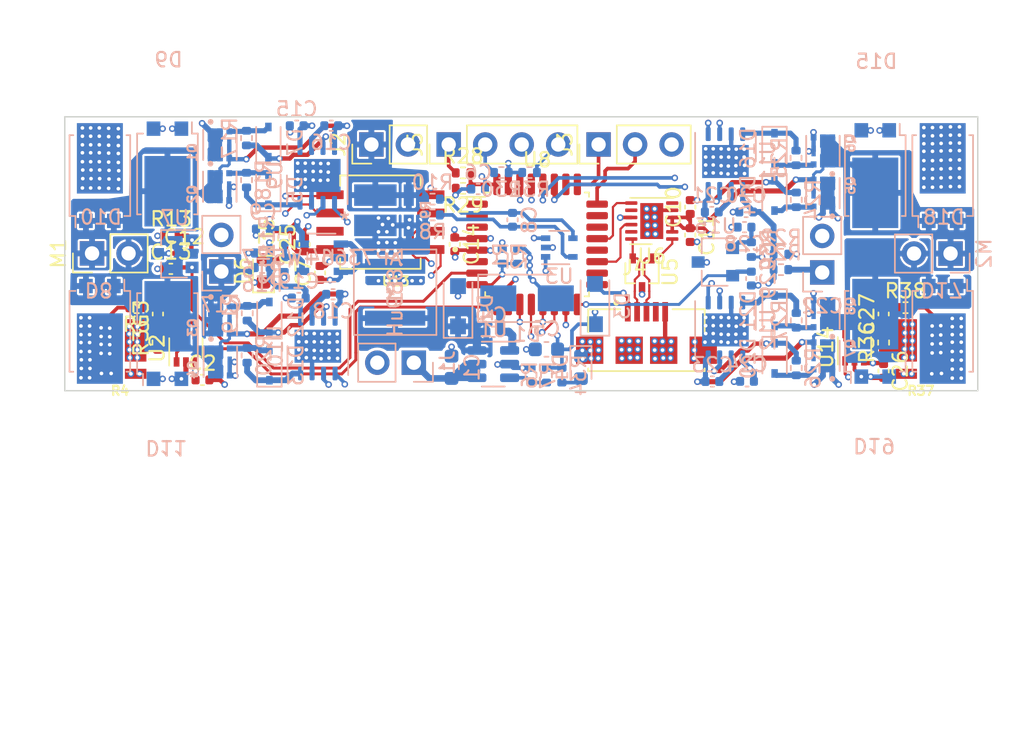
<source format=kicad_pcb>
(kicad_pcb (version 20211014) (generator pcbnew)
  (layers (0 "F.Cu" signal) (1 "In1.Cu" signal) (2 "In2.Cu" signal) (3 "In3.Cu" signal) (4 "In4.Cu" signal) (31 "B.Cu" signal) (34 "B.Paste" user) (35 "F.Paste" user) (36 "B.SilkS" user "B.Silkscreen") (37 "F.SilkS" user "F.Silkscreen") (38 "B.Mask" user) (39 "F.Mask" user) (44 "Edge.Cuts" user))
  (net 0 "")
  (net 1 "/POWER/+BATT")
  (net 2 "GND")
  (net 3 "+3V3")
  (net 4 "Net-(C3-Pad1)")
  (net 5 "Net-(C3-Pad2)")
  (net 6 "Net-(C4-Pad1)")
  (net 7 "Net-(C4-Pad2)")
  (net 8 "+5V")
  (net 9 "Net-(C8-Pad1)")
  (net 10 "Net-(C8-Pad2)")
  (net 11 "Net-(C12-Pad2)")
  (net 12 "+VDD_L")
  (net 13 "Net-(C16-Pad2)")
  (net 14 "Net-(C18-Pad2)")
  (net 15 "Net-(C21-Pad2)")
  (net 16 "Net-(C23-Pad2)")
  (net 17 "+VUSB")
  (net 18 "+XT_VBAT")
  (net 19 "/MCU/SWCLK")
  (net 20 "/MCU/SWDIO")
  (net 21 "Net-(J5-Pad1)")
  (net 22 "Net-(J5-Pad2)")
  (net 23 "+VBAT_VSENSE")
  (net 24 "Net-(R6-Pad2)")
  (net 25 "Net-(R11-Pad2)")
  (net 26 "Net-(D4-Pad2)")
  (net 27 "Net-(D7-Pad1)")
  (net 28 "Net-(D5-Pad1)")
  (net 29 "Net-(D5-Pad2)")
  (net 30 "Net-(D6-Pad2)")
  (net 31 "Net-(D7-Pad2)")
  (net 32 "Net-(D12-Pad1)")
  (net 33 "Net-(D12-Pad2)")
  (net 34 "Net-(D13-Pad1)")
  (net 35 "Net-(D13-Pad2)")
  (net 36 "Net-(D14-Pad2)")
  (net 37 "Net-(D14-Pad1)")
  (net 38 "Net-(D16-Pad2)")
  (net 39 "Net-(D16-Pad1)")
  (net 40 "Net-(D20-Pad2)")
  (net 41 "Net-(D20-Pad1)")
  (net 42 "/MCU/LMOTOR_PPM")
  (net 43 "/MCU/RMOTOR_PPM")
  (net 46 "+LMOTOR_VBAT")
  (net 47 "XT_ISENSE")
  (net 49 "RXD")
  (net 51 "TXD")
  (net 53 "Net-(D21-Pad2)")
  (net 58 "~{FLASH_CS}")
  (net 59 "FLASH_SCK")
  (net 60 "FLASH_MISO")
  (net 61 "FLASH_MOSI")
  (net 62 "RMOTOR_FORWARD")
  (net 63 "RMOTOR_BACKWARDS")
  (net 64 "+RMOTOR_VBAT")
  (net 70 "LMOTOR_FORWARD")
  (net 71 "LMOTOR_BACKWARDS")
  (net 73 "Net-(D21-Pad1)")
  (net 74 "Net-(C27-Pad1)")
  (net 75 "Net-(C27-Pad2)")
  (net 76 "LMOTOR_ISENSE")
  (net 77 "RMOTOR_ISENSE")
  (net 78 "LTEMP_VSENSE")
  (net 79 "Net-(C28-Pad2)")
  (net 80 "RTEMP_VSENSE")
  (net 82 "+VDD_R")
  (net 83 "LLBOOTSTRAP")
  (net 84 "LRBOOTSTRAP")
  (net 85 "RLBOOTSTRAP")
  (net 86 "RRBOOTSTRAP")
  (net 87 "/USB/DP")
  (net 88 "/USB/DN")
  (footprint "Capacitor_SMD:C_0402_1005Metric" (layer "F.Cu") (at 111.175 94.5)
    (fp_text reference "C2")
    (fp_text value "1uF")
  )
  (footprint "Capacitor_SMD:C_0402_1005Metric" (layer "F.Cu") (at 119.35 87.055 90)
    (fp_text reference "C7")
    (fp_text value "1uF")
  )
  (footprint "Capacitor_SMD:C_0402_1005Metric" (layer "F.Cu") (at 109.925 85.7)
    (fp_text reference "C12")
    (fp_text value "0.1uF")
  )
  (footprint "Resistor_SMD:R_0402_1005Metric" (layer "F.Cu") (at 108.075 91.9 90)
    (fp_text reference "R3")
    (fp_text value "0")
  )
  (footprint "Footprints:SOIC127P780X200-8N" (layer "F.Cu") (at 123.55 83.525 180)
    (fp_text reference "U13")
    (fp_text value "MT25QL128ABA1")
  )
  (footprint "Footprints:CUI_UJ2-MIBH-G-SMT-TR" (layer "F.Cu") (at 142.05575 92.435)
    (fp_text reference "J4")
    (fp_text value "USB_B_Micro")
  )
  (footprint "Capacitor_SMD:C_0402_1005Metric" (layer "F.Cu") (at 118.275 85.075 90)
    (fp_text reference "C25")
    (fp_text value "0.1uF")
  )
  (footprint "Capacitor_SMD:C_0402_1005Metric" (layer "F.Cu") (at 158.55 93.875 -90)
    (fp_text reference "C26")
    (fp_text value "1uF")
  )
  (footprint "Connector_PinHeader_2.54mm:PinHeader_1x02_P2.54mm_Vertical" (layer "F.Cu") (at 103.495 85.7 90)
    (fp_text reference "M1")
    (fp_text value "Motor_DC")
  )
  (footprint "Capacitor_SMD:C_0402_1005Metric" (layer "F.Cu") (at 108.075 89.915 90)
    (fp_text reference "C3")
    (fp_text value "DNU")
  )
  (footprint "Resistor_SMD:R_0402_1005Metric" (layer "F.Cu") (at 116.825 84.65 90)
    (fp_text reference "R35")
    (fp_text value "680")
  )
  (footprint "Connector_PinHeader_2.54mm:PinHeader_1x03_P2.54mm_Vertical" (layer "F.Cu") (at 138.725 78.125 90)
    (fp_text reference "J3")
    (fp_text value "Conn_01x03")
  )
  (footprint "Package_TO_SOT_SMD:SOT-353_SC-70-5" (layer "F.Cu") (at 156.525 92.225 90)
    (fp_text reference "U14")
    (fp_text value "INA280A3IDCKR")
  )
  (footprint "Capacitor_SMD:C_0402_1005Metric" (layer "F.Cu") (at 158.55 89.915 90)
    (fp_text reference "C27")
    (fp_text value "DNU")
  )
  (footprint "Footprints:RES_WSK12161L000FEA" (layer "F.Cu") (at 105.475 92.35 180)
    (fp_text reference "R4")
    (fp_text value "0.2mOhms")
  )
  (footprint "Capacitor_SMD:C_0402_1005Metric" (layer "F.Cu") (at 108.975 86.775)
    (fp_text reference "C13")
    (fp_text value "680pF")
  )
  (footprint "Resistor_SMD:R_0402_1005Metric" (layer "F.Cu") (at 129.3 81.175 180)
    (fp_text reference "R29")
    (fp_text value "19.1")
  )
  (footprint "Resistor_SMD:R_0402_1005Metric" (layer "F.Cu") (at 106.6 89.475 180)
    (fp_text reference "R5")
    (fp_text value "0")
  )
  (footprint "Capacitor_SMD:C_0402_1005Metric" (layer "F.Cu") (at 128.725 85.075 -90)
    (fp_text reference "C14")
    (fp_text value "1uF")
  )
  (footprint "Package_TO_SOT_SMD:SOT-323_SC-70" (layer "F.Cu") (at 141.75 87.05 -90)
    (fp_text reference "U5")
    (fp_text value "TPD2E2U06DCKR")
  )
  (footprint "Connector_PinHeader_2.54mm:PinHeader_1x02_P2.54mm_Vertical" (layer "F.Cu") (at 122.925 78.125 90)
    (fp_text reference "J2")
    (fp_text value "Conn_01x02")
  )
  (footprint "Package_TO_SOT_SMD:SOT-353_SC-70-5" (layer "F.Cu") (at 110.025 92.3 90)
    (fp_text reference "U2")
    (fp_text value "INA280A3IDCKR")
  )
  (footprint "LED_SMD:LED_0603_1608Metric" (layer "F.Cu") (at 115.425 86.925 90)
    (fp_text reference "D6")
    (fp_text value "GREEN")
  )
  (footprint "Package_QFP:LQFP-32_7x7mm_P0.8mm" (layer "F.Cu") (at 134.45 85.075)
    (fp_text reference "U8")
    (fp_text value "STM32G070KBT6")
  )
  (footprint "Footprints:RES_WSK12161L000FEA" (layer "F.Cu") (at 161.175 92.35 180)
    (fp_text reference "R37")
    (fp_text value "0.2mOhms")
  )
  (footprint "Resistor_SMD:R_0402_1005Metric" (layer "F.Cu") (at 129.3 80.1)
    (fp_text reference "R28")
    (fp_text value "10")
  )
  (footprint "Resistor_SMD:R_0402_1005Metric" (layer "F.Cu") (at 109 84.475)
    (fp_text reference "R13")
    (fp_text value "100")
  )
  (footprint "Capacitor_SMD:C_0402_1005Metric" (layer "F.Cu") (at 145.1 82.475 90)
    (fp_text reference "C10")
    (fp_text value "1uF")
  )
  (footprint "Connector_PinHeader_2.54mm:PinHeader_1x04_P2.54mm_Vertical" (layer "F.Cu") (at 128.3 78.125 90)
    (fp_text reference "J5")
    (fp_text value "Conn_01x04")
  )
  (footprint "Package_DFN_QFN:DFN-12-1EP_3x3mm_P0.5mm_EP1.6x2.5mm" (layer "F.Cu") (at 142.425 83.45 180)
    (fp_text reference "U6")
    (fp_text value "FT234XD-R")
  )
  (footprint "Capacitor_SMD:C_0402_1005Metric" (layer "F.Cu") (at 145.1 84.425 -90)
    (fp_text reference "C11")
    (fp_text value "0.1uF")
  )
  (footprint "Resistor_SMD:R_0402_1005Metric" (layer "F.Cu") (at 160.075 89.475)
    (fp_text reference "R38")
    (fp_text value "0")
  )
  (footprint "Resistor_SMD:R_0402_1005Metric" (layer "F.Cu") (at 158.55 91.9 90)
    (fp_text reference "R36")
    (fp_text value "0")
  )
  (footprint "Diode_SMD:D_SOD-323" (layer "B.Cu") (at 115.83 90.13 90)
    (fp_text reference "D12")
    (fp_text value "D_Small_Filled")
  )
  (footprint "Connector_PinHeader_2.54mm:PinHeader_1x02_P2.54mm_Vertical" (layer "B.Cu") (at 125.875 93.3 90)
    (fp_text reference "J1")
    (fp_text value "Conn_01x02")
  )
  (footprint "Footprints:TO-277B" (layer "B.Cu") (at 157.892 90.448)
    (fp_text reference "D19")
    (fp_text value "D_Small_Filled")
  )
  (footprint "Footprints:TO-277B" (layer "B.Cu") (at 162.738 91.792 180)
    (fp_text reference "D18")
    (fp_text value "D_Small_Filled")
  )
  (footprint "Diode_SMD:D_SOD-323" (layer "B.Cu") (at 150.97 93 -90)
    (fp_text reference "D20")
    (fp_text value "D_Small_Filled")
  )
  (footprint "Resistor_SMD:R_0402_1005Metric" (layer "B.Cu") (at 133.1 85.9 -90)
    (fp_text reference "R1")
    (fp_text value "572k")
  )
  (footprint "Diode_SMD:D_SOD-323" (layer "B.Cu") (at 150.96 81.6725 -90)
    (fp_text reference "D14")
    (fp_text value "D_Small_Filled")
  )
  (footprint "Footprints:TRANS_SSM6K513NU-LF" (layer "B.Cu") (at 154.33 92.825 90)
    (fp_text reference "Q7")
    (fp_text value "SSM6K513NU-LF")
  )
  (footprint "LED_SMD:LED_0603_1608Metric" (layer "B.Cu") (at 137.5 93.625 -90)
    (fp_text reference "D4")
    (fp_text value "GREEN")
  )
  (footprint "Capacitor_SMD:C_0603_1608Metric" (layer "B.Cu") (at 128.5 93.62 90)
    (fp_text reference "C1")
    (fp_text value "10uF")
  )
  (footprint "Connector_PinHeader_2.54mm:PinHeader_1x02_P2.54mm_Vertical" (layer "B.Cu") (at 163.205 85.71 90)
    (fp_text reference "M2")
    (fp_text value "Motor_DC")
  )
  (footprint "Footprints:AP7366-W5-7" (layer "B.Cu") (at 119.45 86 180)
    (fp_text reference "U4")
    (fp_text value "AP7366-W5-7")
  )
  (footprint "Package_TO_SOT_SMD:SC-59" (layer "B.Cu") (at 146.85 86.3 180)
    (fp_text reference "U15")
    (fp_text value "TMP236AQDBZRQ1")
  )
  (footprint "Package_DFN_QFN:DFN-8-1EP_4x4mm_P0.8mm_EP2.3x3.24mm" (layer "B.Cu") (at 147.55 91.02 90)
    (fp_text reference "U12")
    (fp_text value "2EDL8024GX")
  )
  (footprint "Capacitor_SMD:C_0402_1005Metric" (layer "B.Cu") (at 146.64 94.61 180)
    (fp_text reference "C23")
    (fp_text value "33nF")
  )
  (footprint "Footprints:RES_WSK12161L000FEA" (layer "B.Cu") (at 123.7996 82.7 90)
    (fp_text reference "R9")
    (fp_text value "0.2mOhms")
  )
  (footprint "Capacitor_SMD:C_0402_1005Metric" (layer "B.Cu") (at 148.875 83.875)
    (fp_text reference "C28")
    (fp_text value "0.1uF")
  )
  (footprint "Capacitor_SMD:C_0402_1005Metric" (layer "B.Cu") (at 115.375 84 180)
    (fp_text reference "C9")
    (fp_text value "1uF")
  )
  (footprint "Resistor_SMD:R_0402_1005Metric" (layer "B.Cu") (at 114.24 80.6 90)
    (fp_text reference "R18")
    (fp_text value "2")
  )
  (footprint "Footprints:TRANS_SSM6K513NU-LF" (layer "B.Cu") (at 112.42 93.25 -90)
    (fp_text reference "Q4")
    (fp_text value "SSM6K513NU-LF")
  )
  (footprint "Package_DFN_QFN:DFN-8-1EP_4x4mm_P0.8mm_EP2.3x3.24mm" (layer "B.Cu") (at 119.2 92.155 -90)
    (fp_text reference "U10")
    (fp_text value "2EDL8024GX")
  )
  (footprint "Resistor_SMD:R_0402_1005Metric" (layer "B.Cu") (at 135.1 94.17 -90)
    (fp_text reference "R6")
    (fp_text value "52.3k")
  )
  (footprint "Connector_PinHeader_2.54mm:PinHeader_1x02_P2.54mm_Vertical" (layer "B.Cu") (at 154.28 87.025)
    (fp_text reference "C22")
    (fp_text value "330uF")
  )
  (footprint "Diode_SMD:D_SOD-123F" (layer "B.Cu") (at 138.475 89.225 90)
    (fp_text reference "D3")
    (fp_text value "D_Schottky_Small_Filled")
  )
  (footprint "Diode_SMD:D_SOD-323" (layer "B.Cu") (at 150.97 89.69 -90)
    (fp_text reference "D21")
    (fp_text value "D_Small_Filled")
  )
  (footprint "Resistor_SMD:R_0402_1005Metric" (layer "B.Cu") (at 136.175 94.175 90)
    (fp_text reference "R34")
    (fp_text value "680")
  )
  (footprint "Footprints:TO-277B" (layer "B.Cu") (at 108.818 80.847 180)
    (fp_text reference "D9")
    (fp_text value "D_Small_Filled")
  )
  (footprint "Resistor_SMD:R_0402_1005Metric" (layer "B.Cu") (at 152.475 93.67 90)
    (fp_text reference "R26")
    (fp_text value "2")
  )
  (footprint "Footprints:TO-277B" (layer "B.Cu") (at 103.962 79.616)
    (fp_text reference "D8")
    (fp_text value "D_Small_Filled")
  )
  (footprint "Package_DFN_QFN:DFN-8-1EP_4x4mm_P0.8mm_EP2.3x3.24mm" (layer "B.Cu") (at 147.55 79.31 90)
    (fp_text reference "U11")
    (fp_text value "2EDL8024GX")
  )
  (footprint "Footprints:TRANS_SSM6K513NU-LF" (layer "B.Cu") (at 112.41 90.33 -90)
    (fp_text reference "Q3")
    (fp_text value "SSM6K513NU-LF")
  )
  (footprint "Capacitor_SMD:C_0402_1005Metric" (layer "B.Cu") (at 132.7404 83.3628 90)
    (fp_text reference "C8")
    (fp_text value "DNU")
  )
  (footprint "Capacitor_SMD:C_0603_1608Metric" (layer "B.Cu") (at 135.1 92.375 180)
    (fp_text reference "C5")
    (fp_text value "10uF")
  )
  (footprint "Resistor_SMD:R_0402_1005Metric" (layer "B.Cu") (at 149.35 85.44 90)
    (fp_text reference "R39")
    (fp_text value "100")
  )
  (footprint "Resistor_SMD:R_0402_1005Metric" (layer "B.Cu") (at 134.025 94.17 90)
    (fp_text reference "R7")
    (fp_text value "10k")
  )
  (footprint "Capacitor_SMD:C_0402_1005Metric" (layer "B.Cu") (at 149.35 87.45 90)
    (fp_text reference "C29")
    (fp_text value "680pF")
  )
  (footprint "Capacitor_SMD:C_0402_1005Metric" (layer "B.Cu") (at 117.875 88.8 180)
    (fp_text reference "C19")
    (fp_text value "1uF")
  )
  (footprint "Capacitor_SMD:C_0402_1005Metric" (layer "B.Cu") (at 117.73 76.82 180)
    (fp_text reference "C15")
    (fp_text value "1uF")
  )
  (footprint "Package_DFN_QFN:DFN-8-1EP_4x4mm_P0.8mm_EP2.3x3.24mm" (layer "B.Cu") (at 119.16 80.28 -90)
    (fp_text reference "U9")
    (fp_text value "2EDL8024GX")
  )
  (footprint "Footprints:TO-277B" (layer "B.Cu") (at 104.118 91.792 180)
    (fp_text reference "D10")
    (fp_text value "D_Small_Filled")
  )
  (footprint "Diode_SMD:D_SOD-323" (layer "B.Cu") (at 115.83 93.47 90)
    (fp_text reference "D13")
    (fp_text value "D_Small_Filled")
  )
  (footprint "Resistor_SMD:R_0402_1005Metric" (layer "B.Cu") (at 116.85 84.475 -90)
    (fp_text reference "R11")
    (fp_text value "52.3k")
  )
  (footprint "Resistor_SMD:R_0402_1005Metric" (layer "B.Cu") (at 152.46 79.06 -90)
    (fp_text reference "R25")
    (fp_text value "2")
  )
  (footprint "Footprints:TO-277B" (layer "B.Cu") (at 108.662 90.603)
    (fp_text reference "D11")
    (fp_text value "D_Small_Filled")
  )
  (footprint "Capacitor_SMD:C_0402_1005Metric" (layer "B.Cu") (at 146.6 82.82 180)
    (fp_text reference "C21")
    (fp_text value "33nF")
  )
  (footprint "Resistor_SMD:R_0402_1005Metric" (layer "B.Cu") (at 152.475 81.975 90)
    (fp_text reference "R24")
    (fp_text value "2")
  )
  (footprint "Capacitor_SMD:C_0402_1005Metric" (layer "B.Cu") (at 120.26 88.545)
    (fp_text reference "C18")
    (fp_text value "33nF")
  )
  (footprint "Resistor_SMD:R_0402_1005Metric" (layer "B.Cu") (at 115.33 86.68)
    (fp_text reference "R16")
    (fp_text value "DNU")
  )
  (footprint "Connector_PinHeader_2.54mm:PinHeader_1x02_P2.54mm_Vertical" (layer "B.Cu") (at 112.49 86.955)
    (fp_text reference "C17")
    (fp_text value "330uF")
  )
  (footprint "Capacitor_SMD:C_0402_1005Metric" (layer "B.Cu") (at 120.13 76.82)
    (fp_text reference "C16")
    (fp_text value "33nF")
  )
  (footprint "Capacitor_SMD:C_0402_1005Metric" (layer "B.Cu") (at 131.4 91.15 180)
    (fp_text reference "C4")
    (fp_text value "0.01uF")
  )
  (footprint "Resistor_SMD:R_0402_1005Metric" (layer "B.Cu") (at 127.175 81.925 180)
    (fp_text reference "R10")
    (fp_text value "0")
  )
  (footprint "Resistor_SMD:R_0402_1005Metric" (layer "B.Cu") (at 127.175 83.025)
    (fp_text reference "R8")
    (fp_text value "0")
  )
  (footprint "Footprints:TRANS_SSM6K513NU-LF" (layer "B.Cu") (at 154.33 81.5125 90)
    (fp_text reference "Q5")
    (fp_text value "SSM6K513NU-LF")
  )
  (footprint "Footprints:XGL5050-282MEC" (layer "B.Cu") (at 124.575 88.4 90)
    (fp_text reference "L1")
    (fp_text value "2.889uH")
  )
  (footprint "Diode_SMD:D_SOD-323" (layer "B.Cu") (at 115.76 81.27 90)
    (fp_text reference "D5")
    (fp_text value "D_Small_Filled")
  )
  (footprint "Footprints:TO-277B" (layer "B.Cu") (at 162.582 79.616)
    (fp_text reference "D17")
    (fp_text value "D_Small_Filled")
  )
  (footprint "Diode_SMD:D_SOD-323" (layer "B.Cu") (at 150.96 78.39 -90)
    (fp_text reference "D16")
    (fp_text value "D_Small_Filled")
  )
  (footprint "Resistor_SMD:R_0402_1005Metric" (layer "B.Cu") (at 152.475 90.36 -90)
    (fp_text reference "R27")
    (fp_text value "2")
  )
  (footprint "Diode_SMD:D_SOD-323" (layer "B.Cu") (at 115.76 77.96 90)
    (fp_text reference "D7")
    (fp_text value "D_Small_Filled")
  )
  (footprint "Footprints:TRANS_SSM6K513NU-LF" (layer "B.Cu") (at 112.39 78.15 -90)
    (fp_text reference "Q1")
    (fp_text value "SSM6K513NU-LF")
  )
  (footprint "Resistor_SMD:R_0402_1005Metric" (layer "B.Cu") (at 116.85 86.475 -90)
    (fp_text reference "R12")
    (fp_text value "16.5k")
  )
  (footprint "Resistor_SMD:R_0402_1005Metric" (layer "B.Cu") (at 133.925 80.075)
    (fp_text reference "R31")
    (fp_text value "19.1")
  )
  (footprint "Resistor_SMD:R_0402_1005Metric" (layer "B.Cu") (at 132.025 85.9 90)
    (fp_text reference "R2")
    (fp_text value "100k")
  )
  (footprint "Resistor_SMD:R_0402_1005Metric" (layer "B.Cu") (at 114.28 92.79 90)
    (fp_text reference "R20")
    (fp_text value "2")
  )
  (footprint "Capacitor_SMD:C_0402_1005Metric" (layer "B.Cu") (at 149.05 94.6 180)
    (fp_text reference "C24")
    (fp_text value "1uF")
  )
  (footprint "Package_TO_SOT_SMD:SC-59" (layer "B.Cu") (at 109.25 85.725 180)
    (fp_text reference "U7")
    (fp_text value "TMP236AQDBZRQ1")
  )
  (footprint "Capacitor_SMD:C_0402_1005Metric" (layer "B.Cu") (at 130.35 81.225 180)
    (fp_text reference "C6")
    (fp_text value "1uF")
  )
  (footprint "Resistor_SMD:R_0402_1005Metric" (layer "B.Cu") (at 114.29 89.86 -90)
    (fp_text reference "R19")
    (fp_text value "2")
  )
  (footprint "Resistor_SMD:R_0402_1005Metric" (layer "B.Cu") (at 131.965 80.075)
    (fp_text reference "R30")
    (fp_text value "10")
  )
  (footprint "Footprints:TO-277B" (layer "B.Cu") (at 158.048 80.96 180)
    (fp_text reference "D15")
    (fp_text value "D_Small_Filled")
  )
  (footprint "Diode_SMD:D_SMA" (layer "B.Cu") (at 133.75 88.825)
    (fp_text reference "D1")
    (fp_text value "D_Small_Filled")
  )
  (footprint "Footprints:TRANS_SSM6K513NU-LF" (layer "B.Cu") (at 154.33 89.8925 90)
    (fp_text reference "Q8")
    (fp_text value "SSM6K513NU-LF")
  )
  (footprint "Resistor_SMD:R_0402_1005Metric" (layer "B.Cu") (at 115.33 85.67)
    (fp_text reference "R15")
    (fp_text value "DNU")
  )
  (footprint "Diode_SMD:D_SOD-123F" (layer "B.Cu") (at 128.95 89.375 90)
    (fp_text reference "D2")
    (fp_text value "D_Schottky_Small_Filled")
  )
  (footprint "Package_TO_SOT_SMD:SOT-353_SC-70-5" (layer "B.Cu") (at 135.9916 85.2932)
    (fp_text reference "U3")
    (fp_text value "INA280A3IDCKR")
  )
  (footprint "Resistor_SMD:R_0402_1005Metric" (layer "B.Cu") (at 114.24 77.68 -90)
    (fp_text reference "R17")
    (fp_text value "2")
  )
  (footprint "Footprints:TRANS_SSM6K513NU-LF" (layer "B.Cu") (at 112.38 81.06 -90)
    (fp_text reference "Q2")
    (fp_text value "SSM6K513NU-LF")
  )
  (footprint "Resistor_SMD:R_0402_1005Metric" (layer "B.Cu") (at 151.41 86.83 180)
    (fp_text reference "R23")
    (fp_text value "DNU")
  )
  (footprint "Package_TO_SOT_SMD:TSOT-23-6" (layer "B.Cu") (at 131.4 93.4 180)
    (fp_text reference "U1")
    (fp_text value "LMR12010YMKE")
  )
  (footprint "Footprints:TRANS_SSM6K513NU-LF" (layer "B.Cu") (at 154.33 78.5725 90)
    (fp_text reference "Q6")
    (fp_text value "SSM6K513NU-LF")
  )
  (footprint "Capacitor_SMD:C_0402_1005Metric" (layer "B.Cu") (at 148.99 82.82 180)
    (fp_text reference "C20")
    (fp_text value "1uF")
  )
  (footprint "Resistor_SMD:R_0402_1005Metric" (layer "B.Cu") (at 151.41 85.76 180)
    (fp_text reference "R22")
    (fp_text value "DNU")
  )
  (gr_line (start 101.6 95.25) (end 165.1 95.25) (layer "Edge.Cuts") (width 0.1))
  (gr_line (start 101.6 76.2) (end 165.1 76.2) (layer "Edge.Cuts") (width 0.1))
  (gr_line (start 101.6 95.25) (end 101.6 76.2) (layer "Edge.Cuts") (width 0.1))
  (gr_line (start 165.1 95.25) (end 165.1 76.2) (layer "Edge.Cuts") (width 0.1))
  (segment (start 106.66 92.41) (end 106.65 92.4) (width 0.254) (layer "F.Cu") (net 1))
  (segment (start 159.94 92.41) (end 160 92.35) (width 0.254) (layer "F.Cu") (net 1))
  (segment (start 158.55 92.41) (end 159.94 92.41) (width 0.254) (layer "F.Cu") (net 1))
  (segment (start 108.075 92.41) (end 106.66 92.41) (width 0.254) (layer "F.Cu") (net 1))
  (via (at 160.525 92.325) (size 0.4572) (drill 0.254) (layers "F.Cu" "B.Cu") (net 1))
  (via (at 160.5 94.075) (size 0.4572) (drill 0.254) (layers "F.Cu" "B.Cu") (net 1))
  (via (at 106.1 92.4) (size 0.4572) (drill 0.254) (layers "F.Cu" "B.Cu") (net 1))
  (via (at 160.025 90.625) (size 0.4572) (drill 0.254) (layers "F.Cu" "B.Cu") (net 1))
  (via (at 106.2 94.075) (size 0.4572) (drill 0.254) (layers "F.Cu" "B.Cu") (net 1))
  (via (at 160.55 91.775) (size 0.4572) (drill 0.254) (layers "F.Cu" "B.Cu") (net 1))
  (via (at 134.1628 87.5792) (size 0.4572) (drill 0.254) (layers "F.Cu" "B.Cu") (net 1))
  (via (at 160.025 91.775) (size 0.4572) (drill 0.254) (layers "F.Cu" "B.Cu") (net 1))
  (via (at 133.9342 86.5378) (size 0.4572) (drill 0.254) (layers "F.Cu" "B.Cu") (net 1))
  (via (at 106.65 90.8) (size 0.4572) (drill 0.254) (layers "F.Cu" "B.Cu") (net 1))
  (via (at 124.0282 85.5218) (size 0.4572) (drill 0.254) (layers "F.Cu" "B.Cu") (net 1))
  (via (at 160 92.95) (size 0.4572) (drill 0.254) (layers "F.Cu" "B.Cu") (net 1))
  (via (at 160 92.35) (size 0.4572) (drill 0.254) (layers "F.Cu" "B.Cu") (net 1))
  (via (at 124.0028 84.201) (size 0.4572) (drill 0.254) (layers "F.Cu" "B.Cu") (net 1))
  (via (at 123.4186 84.201) (size 0.4572) (drill 0.254) (layers "F.Cu" "B.Cu") (net 1))
  (via (at 106.65 92.4) (size 0.4572) (drill 0.254) (layers "F.Cu" "B.Cu") (net 1))
  (via (at 160.55 91.2) (size 0.4572) (drill 0.254) (layers "F.Cu" "B.Cu") (net 1))
  (via (at 124.0028 84.9376) (size 0.4572) (drill 0.254) (layers "F.Cu" "B.Cu") (net 1))
  (via (at 106.1 91.85) (size 0.4572) (drill 0.254) (layers "F.Cu" "B.Cu") (net 1))
  (via (at 124.587 85.5218) (size 0.4572) (drill 0.254) (layers "F.Cu" "B.Cu") (net 1))
  (via (at 124.587 84.963) (size 0.4572) (drill 0.254) (layers "F.Cu" "B.Cu") (net 1))
  (via (at 124.1044 83.2612) (size 0.4572) (drill 0.254) (layers "F.Cu" "B.Cu") (net 1))
  (via (at 125.5014 83.9216) (size 0.4572) (drill 0.254) (layers "F.Cu" "B.Cu") (net 1))
  (via (at 106.65 92.95) (size 0.4572) (drill 0.254) (layers "F.Cu" "B.Cu") (net 1))
  (via (at 106.8 94.075) (size 0.4572) (drill 0.254) (layers "F.Cu" "B.Cu") (net 1))
  (via (at 160.55 92.925) (size 0.4572) (drill 0.254) (layers "F.Cu" "B.Cu") (net 1))
  (via (at 123.4186 83.2358) (size 0.4572) (drill 0.254) (layers "F.Cu" "B.Cu") (net 1))
  (via (at 160.55 90.625) (size 0.4572) (drill 0.254) (layers "F.Cu" "B.Cu") (net 1))
  (via (at 123.4186 85.4964) (size 0.4572) (drill 0.254) (layers "F.Cu" "B.Cu") (net 1))
  (via (at 133.9342 87.0458) (size 0.4572) (drill 0.254) (layers "F.Cu" "B.Cu") (net 1))
  (via (at 159.95 94.075) (size 0.4572) (drill 0.254) (layers "F.Cu" "B.Cu") (net 1))
  (via (at 106.075 90.775) (size 0.4572) (drill 0.254) (layers "F.Cu" "B.Cu") (net 1))
  (via (at 106.65 91.85) (size 0.4572) (drill 0.254) (layers "F.Cu" "B.Cu") (net 1))
  (via (at 160.025 91.225) (size 0.4572) (drill 0.254) (layers "F.Cu" "B.Cu") (net 1))
  (via (at 133.9342 86.0044) (size 0.4572) (drill 0.254) (layers "F.Cu" "B.Cu") (net 1))
  (via (at 123.4186 84.963) (size 0.4572) (drill 0.254) (layers "F.Cu" "B.Cu") (net 1))
  (via (at 125.5776 83.3628) (size 0.4572) (drill 0.254) (layers "F.Cu" "B.Cu") (net 1))
  (via (at 106.65 91.325) (size 0.4572) (drill 0.254) (layers "F.Cu" "B.Cu") (net 1))
  (via (at 124.4092 83.7184) (size 0.4572) (drill 0.254) (layers "F.Cu" "B.Cu") (net 1))
  (via (at 106.075 91.3) (size 0.4572) (drill 0.254) (layers "F.Cu" "B.Cu") (net 1))
  (via (at 123.698 83.693) (size 0.4572) (drill 0.254) (layers "F.Cu" "B.Cu") (net 1))
  (via (at 106.125 92.95) (size 0.4572) (drill 0.254) (layers "F.Cu" "B.Cu") (net 1))
  (segment (start 133.9342 87.0458) (end 133.9342 86.5378) (width 0.254) (layer "B.Cu") (net 1))
  (segment (start 130.2625 94.35) (end 128.545 94.35) (width 0.4572) (layer "B.Cu") (net 1))
  (segment (start 128.9975 93.8975) (end 129.1875 94.0875) (width 0.4572) (layer "B.Cu") (net 1))
  (segment (start 130.2625 93.4) (end 130.2625 93.8125) (width 0.4572) (layer "B.Cu") (net 1))
  (segment (start 133.9342 87.3506) (end 133.9342 87.0458) (width 0.254) (layer "B.Cu") (net 1))
  (segment (start 133.9342 85.725) (end 133.5992 85.39) (width 0.254) (layer "B.Cu") (net 1))
  (segment (start 134.1628 87.5792) (end 135.4086 88.825) (width 0.254) (layer "B.Cu") (net 1))
  (segment (start 135.4086 88.825) (end 135.75 88.825) (width 0.254) (layer "B.Cu") (net 1))
  (segment (start 129.5125 93.8125) (end 129.2975 93.5975) (width 0.4572) (layer "B.Cu") (net 1))
  (segment (start 134.1628 87.5792) (end 133.9342 87.3506) (width 0.254) (layer "B.Cu") (net 1))
  (segment (start 133.5992 85.39) (end 133.1 85.39) (width 0.254) (layer "B.Cu") (net 1))
  (segment (start 129.2975 93.5975) (end 128.9975 93.8975) (width 0.4572) (layer "B.Cu") (net 1))
  (segment (start 130.2625 93.8125) (end 129.5125 93.8125) (width 0.4572) (layer "B.Cu") (net 1))
  (segment (start 130.2625 93.4) (end 129.495 93.4) (width 0.4572) (layer "B.Cu") (net 1))
  (segment (start 129.1875 94.0875) (end 130.2625 94.0875) (width 0.4572) (layer "B.Cu") (net 1))
  (segment (start 130.2625 94.0875) (end 130.2625 94.35) (width 0.4572) (layer "B.Cu") (net 1))
  (segment (start 130.2625 93.8125) (end 130.2625 94.0875) (width 0.4572) (layer "B.Cu") (net 1))
  (segment (start 133.9342 86.5378) (end 133.9342 86.0044) (width 0.254) (layer "B.Cu") (net 1))
  (segment (start 133.9342 86.0044) (end 133.9342 85.725) (width 0.254) (layer "B.Cu") (net 1))
  (segment (start 128.545 94.35) (end 128.5 94.395) (width 0.4572) (layer "B.Cu") (net 1))
  (segment (start 129.495 93.4) (end 129.2975 93.5975) (width 0.4572) (layer "B.Cu") (net 1))
  (segment (start 128.9975 93.8975) (end 128.5 94.395) (width 0.4572) (layer "B.Cu") (net 1))
  (segment (start 126.97 94.395) (end 125.875 93.3) (width 0.4572) (layer "B.Cu") (net 1))
  (segment (start 128.5 94.395) (end 126.97 94.395) (width 0.4572) (layer "B.Cu") (net 1))
  (segment (start 143.85 82.7) (end 142.725 82.7) (width 0.254) (layer "F.Cu") (net 2))
  (segment (start 130.275 85.475) (end 131.175 85.475) (width 0.254) (layer "F.Cu") (net 2))
  (segment (start 128.725 85.95) (end 128.75 85.975) (width 0.254) (layer "F.Cu") (net 2))
  (segment (start 128.79 81.635) (end 128.775 81.65) (width 0.3048) (layer "F.Cu") (net 2))
  (segment (start 158.55 94.355) (end 157.73 94.355) (width 0.3048) (layer "F.Cu") (net 2))
  (segment (start 112.397307 94.5) (end 112.719207 94.8219) (width 0.3048) (layer "F.Cu") (net 2))
  (segment (start 114.8125 87.7125) (end 114.8 87.725) (width 0.3048) (layer "F.Cu") (net 2))
  (segment (start 127.055 81.155) (end 127.05 81.15) (width 0.3048) (layer "F.Cu") (net 2))
  (segment (start 130.275 85.475) (end 128.805 85.475) (width 0.254) (layer "F.Cu") (net 2))
  (segment (start 143.35575 92.335) (end 143.25575 92.435) (width 0.3048) (layer "F.Cu") (net 2))
  (segment (start 141.75 88.05) (end 141.75 88.55) (width 0.254) (layer "F.Cu") (net 2))
  (segment (start 110.025 93.25) (end 110.025 94.11) (width 0.3556) (layer "F.Cu") (net 2))
  (segment (start 145.27 82.02) (end 145.275 82.025) (width 0.254) (layer "F.Cu") (net 2))
  (segment (start 142.725 82.7) (end 142.625 82.6) (width 0.254) (layer "F.Cu") (net 2))
  (segment (start 118.275 84.075) (end 118.533897 83.816103) (width 0.254) (layer "F.Cu") (net 2))
  (segment (start 119.725 86.575) (end 120.025 86.275) (width 0.3048) (layer "F.Cu") (net 2))
  (segment (start 156.525 93.175) (end 156.525 93.795) (width 0.254) (layer "F.Cu") (net 2))
  (segment (start 111.655 94.5) (end 112.397307 94.5) (width 0.3048) (layer "F.Cu") (net 2))
  (segment (start 127.055 81.62) (end 127.055 81.155) (width 0.3048) (layer "F.Cu") (net 2))
  (segment (start 131.175 85.475) (end 131.2 85.5) (width 0.254) (layer "F.Cu") (net 2))
  (segment (start 108.495 86.775) (end 108.05 86.775) (width 0.3048) (layer "F.Cu") (net 2))
  (segment (start 128.805 85.475) (end 128.725 85.555) (width 0.254) (layer "F.Cu") (net 2))
  (segment (start 110.025 94.11) (end 109.71 94.425) (width 0.3556) (layer "F.Cu") (net 2))
  (segment (start 145.1 81.995) (end 145.57 81.995) (width 0.254) (layer "F.Cu") (net 2))
  (segment (start 157.73 94.355) (end 157.65 94.275) (width 0.3048) (layer "F.Cu") (net 2))
  (segment (start 118.275 84.595) (end 118.275 84.075) (width 0.254) (layer "F.Cu") (net 2))
  (segment (start 108.825 85.7) (end 109.445 85.7) (width 0.3048) (layer "F.Cu") (net 2))
  (segment (start 145.27 84.93) (end 145.275 84.925) (width 0.254) (layer "F.Cu") (net 2))
  (segment (start 119.35 86.575) (end 119.725 86.575) (width 0.3048) (layer "F.Cu") (net 2))
  (segment (start 128.79 81.175) (end 128.79 81.635) (width 0.3048) (layer "F.Cu") (net 2))
  (segment (start 128.725 85.555) (end 128.725 85.95) (width 0.254) (layer "F.Cu") (net 2))
  (segment (start 156.525 93.795) (end 157 94.27) (width 0.254) (layer "F.Cu") (net 2))
  (segment (start 115.425 87.7125) (end 114.8125 87.7125) (width 0.3048) (layer "F.Cu") (net 2))
  (segment (start 145.1 84.905) (end 145.57 84.905) (width 0.254) (layer "F.Cu") (net 2))
  (segment (start 143.35575 89.76) (end 143.35575 92.335) (width 0.3048) (layer "F.Cu") (net 2))
  (via (at 138.15 91.85) (size 0.4572) (drill 0.254) (layers "F.Cu" "B.Cu") (net 2))
  (via (at 140.325 92.4) (size 0.4572) (drill 0.254) (layers "F.Cu" "B.Cu") (net 2))
  (via (at 146.175 79) (size 0.4572) (drill 0.254) (layers "F.Cu" "B.Cu") (net 2))
  (via (at 147.775 78.45) (size 0.4572) (drill 0.254) (layers "F.Cu" "B.Cu") (net 2))
  (via (at 118.875 80) (size 0.4572) (drill 0.254) (layers "F.Cu" "B.Cu") (net 2))
  (via (at 108.4 77.025) (size 0.4572) (drill 0.254) (layers "F.Cu" "B.Cu") (net 2))
  (via (at 141.45 92.375) (size 0.4572) (drill 0.254) (layers "F.Cu" "B.Cu") (net 2))
  (via (at 108.825 85.7) (size 0.4572) (drill 0.254) (layers "F.Cu" "B.Cu") (net 2))
  (via (at 148.85 78.45) (size 0.4572) (drill 0.254) (layers "F.Cu" "B.Cu") (net 2))
  (via (at 118.325 80) (size 0.4572) (drill 0.254) (layers "F.Cu" "B.Cu") (net 2))
  (via (at 113.025 82.375) (size 0.4572) (drill 0.254) (layers "F.Cu" "B.Cu") (net 2))
  (via (at 119.925 80.05) (size 0.4572) (drill 0.254) (layers "F.Cu" "B.Cu") (net 2))
  (via (at 143.75 92.4) (size 0.4572) (drill 0.254) (layers "F.Cu" "B.Cu") (net 2))
  (via (at 148.275 80.125) (size 0.4572) (drill 0.254) (layers "F.Cu" "B.Cu") (net 2))
  (via (at 108.05 86.775) (size 0.4572) (drill 0.254) (layers "F.Cu" "B.Cu") (net 2))
  (via (at 108.4 94.425) (size 0.4572) (drill 0.254) (layers "F.Cu" "B.Cu") (net 2))
  (via (at 146.7 90.725) (size 0.4572) (drill 0.254) (layers "F.Cu" "B.Cu") (net 2))
  (via (at 143.175 92.425) (size 0.4572) (drill 0.254) (layers "F.Cu" "B.Cu") (net 2))
  (via (at 142.625 91.8) (size 0.4572) (drill 0.254) (layers "F.Cu" "B.Cu") (net 2))
  (via (at 145.575 84.9) (size 0.4572) (drill 0.254) (layers "F.Cu" "B.Cu") (net 2))
  (via (at 119.925 79.45) (size 0.4572) (drill 0.254) (layers "F.Cu" "B.Cu") (net 2))
  (via (at 137.6 92.45) (size 0.4572) (drill 0.254) (layers "F.Cu" "B.Cu") (net 2))
  (via (at 147.25 79.6) (size 0.4572) (drill 0.254) (layers "F.Cu" "B.Cu") (net 2))
  (via (at 157.65 94.275) (size 0.4572) (drill 0.254) (layers "F.Cu" "B.Cu") (net 2))
  (via (at 132.025 84.95) (size 0.4572) (drill 0.254) (layers "F.Cu" "B.Cu") (net 2))
  (via (at 127.05 81.15) (size 0.4572) (drill 0.254) (layers "F.Cu" "B.Cu") (net 2))
  (via (at 146.7 80.1) (size 0.4572) (drill 0.254) (layers "F.Cu" "B.Cu") (net 2))
  (via (at 117.8 81.125) (size 0.4572) (drill 0.254) (layers "F.Cu" "B.Cu") (net 2))
  (via (at 142.675 84.35) (size 0.4572) (drill 0.254) (layers "F.Cu" "B.Cu") (net 2))
  (via (at 118.4 92.95) (size 0.4572) (drill 0.254) (layers "F.Cu" "B.Cu") (net 2))
  (via (at 114.8 87.725) (size 0.4572) (drill 0.254) (layers "F.Cu" "B.Cu") (net 2))
  (via (at 146.175 90.725) (size 0.4572) (drill 0.254) (layers "F.Cu" "B.Cu") (net 2))
  (via (at 118.325 81.1) (size 0.4572) (drill 0.254) (layers "F.Cu" "B.Cu") (net 2))
  (via (at 118.4 91.275) (size 0.4572) (drill 0.254) (layers "F.Cu" "B.Cu") (net 2))
  (via (at 146.25 86.325) (size 0.4572) (drill 0.254) (layers "F.Cu" "B.Cu") (net 2))
  (via (at 113.35 81.075) (size 0.4572) (drill 0.254) (layers "F.Cu" "B.Cu") (net 2))
  (via (at 147.725 91.9) (size 0.4572) (drill 0.254) (layers "F.Cu" "B.Cu") (net 2))
  (via (at 117.875 92.975) (size 0.4572) (drill 0.254) (layers "F.Cu" "B.Cu") (net 2))
  (via (at 147.25 78.425) (size 0.4572) (drill 0.254) (layers "F.Cu" "B.Cu") (net 2))
  (via (at 119.4 80) (size 0.4572) (drill 0.254) (layers "F.Cu" "B.Cu") (net 2))
  (via (at 117.8 79.425) (size 0.4572) (drill 0.254) (layers "F.Cu" "B.Cu") (net 2))
  (via (at 119.475 91.3) (size 0.4572) (drill 0.254) (layers "F.Cu" "B.Cu") (net 2))
  (via (at 118.875 79.425) (size 0.4572) (drill 0.254) (layers "F.Cu" "B.Cu") (net 2))
  (via (at 148.275 91.325) (size 0.4572) (drill 0.254) (layers "F.Cu" "B.Cu") (net 2))
  (via (at 146.175 78.425) (size 0.4572) (drill 0.254) (layers "F.Cu" "B.Cu") (net 2))
  (via (at 141.75 88.55) (size 0.4572) (drill 0.254) (layers "F.Cu" "B.Cu") (net 2))
  (via (at 128.95 88.675) (size 0.4572) (drill 0.254) (layers "F.Cu" "B.Cu") (net 2))
  (via (at 128.75 85.975) (size 0.4572) (drill 0.254) (layers "F.Cu" "B.Cu") (net 2))
  (via (at 147.775 79) (size 0.4572) (drill 0.254) (layers "F.Cu" "B.Cu") (net 2))
  (via (at 109.075 77.025) (size 0.4572) (drill 0.254) (layers "F.Cu" "B.Cu") (net 2))
  (via (at 146.175 79.55) (size 0.4572) (drill 0.254) (layers "F.Cu" "B.Cu") (net 2))
  (via (at 147.25 91.85) (size 0.4572) (drill 0.254) (layers "F.Cu" "B.Cu") (net 2))
  (via (at 118.95 91.275) (size 0.4572) (drill 0.254) (layers "F.Cu" "B.Cu") (net 2))
  (via (at 148.85 90.175) (size 0.4572) (drill 0.254) (layers "F.Cu" "B.Cu") (net 2))
  (via (at 148.3 90.175) (size 0.4572) (drill 0.254) (layers "F.Cu" "B.Cu") (net 2))
  (via (at 147.25 91.325) (size 0.4572) (drill 0.254) (layers "F.Cu" "B.Cu") (net 2))
  (via (at 119.975 92.45) (size 0.4572) (drill 0.254) (layers "F.Cu" "B.Cu") (net 2))
  (via (at 117.8 80.55) (size 0.4572) (drill 0.254) (layers "F.Cu" "B.Cu") (net 2))
  (via (at 120.025 86.275) (size 0.4572) (drill 0.254) (layers "F.Cu" "B.Cu") (net 2))
  (via (at 148.875 91.875) (size 0.4572) (drill 0.254) (layers "F.Cu" "B.Cu") (net 2))
  (via (at 145.375 92.425) (size 0.4572) (drill 0.254) (layers "F.Cu" "B.Cu") (net 2))
  (via (at 147.725 80.175) (size 0.4572) (drill 0.254) (layers "F.Cu" "B.Cu") (net 2))
  (via (at 142.125 83.75) (size 0.4572) (drill 0.254) (layers "F.Cu" "B.Cu") (net 2))
  (via (at 118.325 80.55) (size 0.4572) (drill 0.254) (layers "F.Cu" "B.Cu") (net 2))
  (via (at 140.875 92.4) (size 0.4572) (drill 0.254) (layers "F.Cu" "B.Cu") (net 2))
  (via (at 147.75 91.35) (size 0.4572) (drill 0.254) (layers "F.Cu" "B.Cu") (net 2))
  (via (at 143.225 92.975) (size 0.4572) (drill 0.254) (layers "F.Cu" "B.Cu") (net 2))
  (via (at 140.875 91.8) (size 0.4572) (drill 0.254) (layers "F.Cu" "B.Cu") (net 2))
  (via (at 118.4 91.85) (size 0.4572) (drill 0.254) (layers "F.Cu" "B.Cu") (net 2))
  (via (at 109.71 94.425) (size 0.4572) (drill 0.254) (layers "F.Cu" "B.Cu") (net 2))
  (via (at 114.9 84.45) (size 0.4572) (drill 0.254) (layers "F.Cu" "B.Cu") (net 2))
  (via (at 118.95 92.975) (size 0.4572) (drill 0.254) (layers "F.Cu" "B.Cu") (net 2))
  (via (at 118.95 92.45) (size 0.4572) (drill 0.254) (layers "F.Cu" "B.Cu") (net 2))
  (via (at 147.75 79.625) (size 0.4572) (drill 0.254) (layers "F.Cu" "B.Cu") (net 2))
  (via (at 117.275 77.275) (size 0.4572) (drill 0.254) (layers "F.Cu" "B.Cu") (net 2))
  (via (at 146.175 91.275) (size 0.4572) (drill 0.254) (layers "F.Cu" "B.Cu") (net 2))
  (via (at 117.875 91.85) (size 0.4572) (drill 0.254) (layers "F.Cu" "B.Cu") (net 2))
  (via (at 142.625 92.425) (size 0.4572) (drill 0.254) (layers "F.Cu" "B.Cu") (net 2))
  (via (at 119.425 93.025) (size 0.4572) (drill 0.254) (layers "F.Cu" "B.Cu") (net 2))
  (via (at 120 91.9) (size 0.4572) (drill 0.254) (layers "F.Cu" "B.Cu") (net 2))
  (via (at 128.775 81.65) (size 0.4572) (drill 0.254) (layers "F.Cu" "B.Cu") (net 2))
  (via (at 120.55 91.3) (size 0.4572) (drill 0.254) (layers "F.Cu" "B.Cu") (net 2))
  (via (at 141.475 91.8) (size 0.4572) (drill 0.254) (layers "F.Cu" "B.Cu") (net 2))
  (via (at 146.7 79) (size 0.4572) (drill 0.254) (layers "F.Cu" "B.Cu") (net 2))
  (via (at 148.3 78.45) (size 0.4572) (drill 0.254) (layers "F.Cu" "B.Cu") (net 2))
  (via (at 131.2 85.5) (size 0.4572) (drill 0.254) (layers "F.Cu" "B.Cu") (net 2))
  (via (at 147.25 90.15) (size 0.4572) (drill 0.254) (layers "F.Cu" "B.Cu") (net 2))
  (via (at 143.725 92.975) (size 0.4572) (drill 0.254) (layers "F.Cu" "B.Cu") (net 2))
  (via (at 138.7 93) (size 0.4572) (drill 0.254) (layers "F.Cu" "B.Cu") (net 2))
  (via (at 120.575 92.425) (size 0.4572) (drill 0.254) (layers "F.Cu" "B.Cu") (net 2))
  (via (at 142.075 82.6) (size 0.4572) (drill 0.254) (layers "F.Cu" "B.Cu") (net 2))
  (via (at 119.4 79.45) (size 0.4572) (drill 0.254) (layers "F.Cu" "B.Cu") (net 2))
  (via (at 142.125 84.35) (size 0.4572) (drill 0.254) (layers "F.Cu" "B.Cu") (net 2))
  (via (at 148.15 94.625) (size 0.4572) (drill 0.254) (layers "F.Cu" "B.Cu") (net 2))
  (via (at 147.25 90.725) (size 0.4572) (drill 0.254) (layers "F.Cu" "B.Cu") (net 2))
  (via (at 148.875 91.3) (size 0.4572) (drill 0.254) (layers "F.Cu" "B.Cu") (net 2))
  (via (at 140.325 91.775) (size 0.4572) (drill 0.254) (layers "F.Cu" "B.Cu") (net 2))
  (via (at 153.675 88.475) (size 0.4572) (drill 0.254) (layers "F.Cu" "B.Cu") (net 2))
  (via (at 118.875 80.6) (size 0.4572) (drill 0.254) (layers "F.Cu" "B.Cu") (net 2))
  (via (at 148.3 90.775) (size 0.4572) (drill 0.254) (layers "F.Cu" "B.Cu") (net 2))
  (via (at 113.45 94.2) (size 0.4572) (drill 0.254) (layers "F.Cu" "B.Cu") (net 2))
  (via (at 148.875 80.15) (size 0.4572) (drill 0.254) (layers "F.Cu" "B.Cu") (net 2))
  (via (at 148.275 91.85) (size 0.4572) (drill 0.254) (layers "F.Cu" "B.Cu") (net 2))
  (via (at 119.375 80.625) (size 0.4572) (drill 0.254) (layers "F.Cu" "B.Cu") (net 2))
  (via (at 146.7 91.825) (size 0.4572) (drill 0.254) (layers "F.Cu" "B.Cu") (net 2))
  (via (at 119.975 92.975) (size 0.4572) (drill 0.254) (layers "F.Cu" "B.Cu") (net 2))
  (via (at 147.975 83.875) (size 0.4572) (drill 0.254) (layers "F.Cu" "B.Cu") (net 2))
  (via (at 116.975 88.8) (size 0.4572) (drill 0.254) (layers "F.Cu" "B.Cu") (net 2))
  (via (at 148.85 79) (size 0.4572) (drill 0.254) (layers "F.Cu" "B.Cu") (net 2))
  (via (at 142.625 83.175) (size 0.4572) (drill 0.254) (layers "F.Cu" "B.Cu") (net 2))
  (via (at 149.825 87.925) (size 0.4572) (drill 0.254) (layers "F.Cu" "B.Cu") (net 2))
  (via (at 146.7 79.55) (size 0.4572) (drill 0.254) (layers "F.Cu" "B.Cu") (net 2))
  (via (at 131.7 93.425) (size 0.4572) (drill 0.254) (layers "F.Cu" "B.Cu") (net 2))
  (via (at 137.625 93.05) (size 0.4572) (drill 0.254) (layers "F.Cu" "B.Cu") (net 2))
  (via (at 147.775 90.725) (size 0.4572) (drill 0.254) (layers "F.Cu" "B.Cu") (net 2))
  (via (at 120.55 91.85) (size 0.4572) (drill 0.254) (layers "F.Cu" "B.Cu") (net 2))
  (via (at 153.35 78.6) (size 0.4572) (drill 0.254) (layers "F.Cu" "B.Cu") (net 2))
  (via (at 119.45 92.475) (size 0.4572) (drill 0.254) (layers "F.Cu" "B.Cu") (net 2))
  (via (at 116.85 87.375) (size 0.4572) (drill 0.254) (layers "F.Cu" "B.Cu") (net 2))
  (via (at 143.775 91.825) (size 0.4572) (drill 0.254) (layers "F.Cu" "B.Cu") (net 2))
  (via (at 148.85 90.725) (size 0.4572) (drill 0.254) (layers "F.Cu" "B.Cu") (net 2))
  (via (at 157.65 77.15) (size 0.4572) (drill 0.254) (layers "F.Cu" "B.Cu") (net 2))
  (via (at 119.9 80.6) (size 0.4572) (drill 0.254) (layers "F.Cu" "B.Cu") (net 2))
  (via (at 146.7 91.275) (size 0.4572) (drill 0.254) (layers "F.Cu" "B.Cu") (net 2))
  (via (at 146.175 80.125) (size 0.4572) (drill 0.254) (layers "F.Cu" "B.Cu") (net 2))
  (via (at 145.575 82) (size 0.4572) (drill 0.254) (layers "F.Cu" "B.Cu") (net 2))
  (via (at 146.175 90.15) (size 0.4572) (drill 0.254) (layers "F.Cu" "B.Cu") (net 2))
  (via (at 117.875 92.4) (size 0.4572) (drill 0.254) (layers "F.Cu" "B.Cu") (net 2))
  (via (at 142.65 83.75) (size 0.4572) (drill 0.254) (layers "F.Cu" "B.Cu") (net 2))
  (via (at 119.475 91.85) (size 0.4572) (drill 0.254) (layers "F.Cu" "B.Cu") (net 2))
  (via (at 140.35 93) (size 0.4572) (drill 0.254) (layers "F.Cu" "B.Cu") (net 2))
  (via (at 147.25 79) (size 0.4572) (drill 0.254) (layers "F.Cu" "B.Cu") (net 2))
  (via (at 145.35 93) (size 0.4572) (drill 0.254) (layers "F.Cu" "B.Cu") (net 2))
  (via (at 146.7 78.425) (size 0.4572) (drill 0.254) (layers "F.Cu" "B.Cu") (net 2))
  (via (at 158.275 77.15) (size 0.4572) (drill 0.254) (layers "F.Cu" "B.Cu") (net 2))
  (via (at 146.125 91.875) (size 0.4572) (drill 0.254) (layers "F.Cu" "B.Cu") (net 2))
  (via (at 141.425 92.95) (size 0.4572) (drill 0.254) (layers "F.Cu" "B.Cu") (net 2))
  (via (at 138.75 91.85) (size 0.4572) (drill 0.254) (layers "F.Cu" "B.Cu") (net 2))
  (via (at 145.4 91.85) (size 0.4572) (drill 0.254) (layers "F.Cu" "B.Cu") (net 2))
  (via (at 113.4 93.25) (size 0.4572) (drill 0.254) (layers "F.Cu" "B.Cu") (net 2))
  (via (at 143.175 91.825) (size 0.4572) (drill 0.254) (layers "F.Cu" "B.Cu") (net 2))
  (via (at 137.6 91.825) (size 0.4572) (drill 0.254) (layers "F.Cu" "B.Cu") (net 2))
  (via (at 118.533897 83.816103) (size 0.4572) (drill 0.254) (layers "F.Cu" "B.Cu") (net 2))
  (via (at 157 94.27) (size 0.4572) (drill 0.254) (layers "F.Cu" "B.Cu") (net 2))
  (via (at 118.95 91.85) (size 0.4572) (drill 0.254) (layers "F.Cu" "B.Cu") (net 2))
  (via (at 117.8 80) (size 0.4572) (drill 0.254) (layers "F.Cu" "B.Cu") (net 2))
  (via (at 138.15 92.45) (size 0.4572) (drill 0.254) (layers "F.Cu" "B.Cu") (net 2))
  (via (at 148.875 79.575) (size 0.4572) (drill 0.254) (layers "F.Cu" "B.Cu") (net 2))
  (via (at 140.925 92.95) (size 0.4572) (drill 0.254) (layers "F.Cu" "B.Cu") (net 2))
  (via (at 128.5 92.2) (size 0.4572) (drill 0.254) (layers "F.Cu" "B.Cu") (net 2))
  (via (at 120.575 93) (size 0.4572) (drill 0.254) (layers "F.Cu" "B.Cu") (net 2))
  (via (at 120 91.3) (size 0.4572) (drill 0.254) (layers "F.Cu" "B.Cu") (net 2))
  (via (at 148.075 82.825) (size 0.4572) (drill 0.254) (layers "F.Cu" "B.Cu") (net 2))
  (via (at 148.3 79.05) (size 0.4572) (drill 0.254) (layers "F.Cu" "B.Cu") (net 2))
  (via (at 118.325 79.425) (size 0.4572) (drill 0.254) (layers "F.Cu" "B.Cu") (net 2))
  (via (at 147.25 80.125) (size 0.4572) (drill 0.254) (layers "F.Cu" "B.Cu") (net 2))
  (via (at 153.675 77.275) (size 0.4572) (drill 0.254) (layers "F.Cu" "B.Cu") (net 2))
  (via (at 147.775 90.175) (size 0.4572) (drill 0.254) (layers "F.Cu" "B.Cu") (net 2))
  (via (at 142.625 82.6) (size 0.4572) (drill 0.254) (layers "F.Cu" "B.Cu") (net 2))
  (via (at 112.719207 94.8219) (size 0.4572) (drill 0.254) (layers "F.Cu" "B.Cu") (net 2))
  (via (at 153.35 89.9) (size 0.4572) (drill 0.254) (layers "F.Cu" "B.Cu") (net 2))
  (via (at 138.2 93) (size 0.4572) (drill 0.254) (layers "F.Cu" "B.Cu") (net 2))
  (via (at 146.7 90.15) (size 0.4572) (drill 0.254) (layers "F.Cu" "B.Cu") (net 2))
  (via (at 117.875 91.275) (size 0.4572) (drill 0.254) (layers "F.Cu" "B.Cu") (net 2))
  (via (at 133.44 93.66) (size 0.4572) (drill 0.254) (layers "F.Cu" "B.Cu") (net 2))
  (via (at 142.65 93.025) (size 0.4572) (drill 0.254) (layers "F.Cu" "B.Cu") (net 2))
  (via (at 138.725 92.425) (size 0.4572) (drill 0.254) (layers "F.Cu" "B.Cu") (net 2))
  (via (at 142.075 83.175) (size 0.4572) (drill 0.254) (layers "F.Cu" "B.Cu") (net 2))
  (via (at 109.05 94.425) (size 0.4572) (drill 0.254) (layers "F.Cu" "B.Cu") (net 2))
  (via (at 133.7 92.375) (size 0.4572) (drill 0.254) (layers "F.Cu" "B.Cu") (net 2))
  (via (at 135.5344 85.2932) (size 0.4572) (drill 0.254) (layers "F.Cu" "B.Cu") (net 2))
  (via (at 118.4 92.4) (size 0.4572) (drill 0.254) (layers "F.Cu" "B.Cu") (net 2))
  (via (at 148.275 79.6) (size 0.4572) (drill 0.254) (layers "F.Cu" "B.Cu") (net 2))
  (segment (start 132.025 85.39) (end 132.025 84.95) (width 0.2032) (layer "B.Cu") (net 2))
  (segment (start 157.638 77.138) (end 157.65 77.15) (width 0.4064) (layer "B.Cu") (net 2))
  (segment (start 120.80255 86) (end 120.3 86) (width 0.3048) (layer "B.Cu") (net 2))
  (segment (start 113.03 81.06) (end 113.03 81.9975) (width 0.3048) (layer "B.Cu") (net 2))
  (segment (start 157 94.27) (end 157.645 94.27) (width 0.4064) (layer "B.Cu") (net 2))
  (segment (start 113.4375 94.1875) (end 113.45 94.2) (width 0.3048) (layer "B.Cu") (net 2))
  (segment (start 134.325 92.375) (end 133.7 92.375) (width 0.254) (layer "B.Cu") (net 2))
  (segment (start 113.07 94.1875) (end 113.4375 94.1875) (width 0.3048) (layer "B.Cu") (net 2))
  (segment (start 113.03 82.37) (end 113.025 82.375) (width 0.3048) (layer "B.Cu") (net 2))
  (segment (start 153.68 88.48) (end 153.675 88.475) (width 0.3048) (layer "B.Cu") (net 2))
  (segment (start 117.25 76.82) (end 117.25 77.25) (width 0.4064) (layer "B.Cu") (net 2))
  (segment (start 129.87 81.225) (end 129.2 81.225) (width 0.254) (layer "B.Cu") (net 2))
  (segment (start 133.44 93.66) (end 132.7975 93.66) (width 0.3048) (layer "B.Cu") (net 2))
  (segment (start 113.07 93.25) (end 113.4 93.25) (width 0.3048) (layer "B.Cu") (net 2))
  (segment (start 132.5375 93.4) (end 131.725 93.4) (width 0.3048) (layer "B.Cu") (net 2))
  (segment (start 118.8 94.055) (end 118.8 93.125) (width 0.3048) (layer "B.Cu") (net 2))
  (segment (start 148.51 82.82) (end 148.08 82.82) (width 0.3048) (layer "B.Cu") (net 2))
  (segment (start 147.95 78.275) (end 147.775 78.45) (width 0.3048) (layer "B.Cu") (net 2))
  (segment (start 109.71 94.425) (end 109.05 94.425) (width 0.3556) (layer "B.Cu") (net 2))
  (segment (start 148.175 94.6) (end 148.15 94.625) (width 0.4064) (layer "B.Cu") (net 2))
  (segment (start 113.335 81.06) (end 113.35 81.075) (width 0.3048) (layer "B.Cu") (net 2))
  (segment (start 107.77 94.425) (end 108.4 94.425) (width 0.3556) (layer "B.Cu") (net 2))
  (segment (start 148.57 94.6) (end 148.175 94.6) (width 0.4064) (layer "B.Cu") (net 2))
  (segment (start 113.03 81.06) (end 113.335 81.06) (width 0.3048) (layer "B.Cu") (net 2))
  (segment (start 117.25 77.25) (end 117.275 77.275) (width 0.4064) (layer "B.Cu") (net 2))
  (segment (start 108.05 85.725) (end 108.8 85.725) (width 0.3048) (layer "B.Cu") (net 2))
  (segment (start 157 77.138) (end 157.638 77.138) (width 0.4064) (layer "B.Cu") (net 2))
  (segment (start 134.435 79.61) (end 135.92 78.125) (width 0.254) (layer "B.Cu") (net 2))
  (segment (start 108.8 85.725) (end 108.825 85.7) (width 0.3048) (layer "B.Cu") (net 2))
  (segment (start 148.08 82.82) (end 148.075 82.825) (width 0.3048) (layer "B.Cu") (net 2))
  (segment (start 107.77 77.025) (end 108.4 77.025) (width 0.3556) (layer "B.Cu") (net 2))
  (segment (start 153.68 88.955) (end 153.68 88.48) (width 0.3048) (layer "B.Cu") (net 2))
  (segment (start 134.025 93.66) (end 133.44 93.66) (width 0.3048) (layer "B.Cu") (net 2))
  (segment (start 158.94 77.138) (end 158.287 77.138) (width 0.4064) (layer "B.Cu") (net 2))
  (segment (start 116.85 86.985) (end 116.85 87.375) (width 0.4064) (layer "B.Cu") (net 2))
  (segment (start 149.82 87.93) (end 149.825 87.925) (width 0.3048) (layer "B.Cu") (net 2))
  (segment (start 135.0416 85.2932) (end 135.5344 85.2932) (width 0.254) (layer "B.Cu") (net 2))
  (segment (start 128.95 87.975) (end 128.95 88.675) (width 0.254) (layer "B.Cu") (net 2))
  (segment (start 153.68 89.8925) (end 153.68 88.955) (width 0.3048) (layer "B.Cu") (net 2))
  (segment (start 148.395 83.875) (end 147.975 83.875) (width 0.3048) (layer "B.Cu") (net 2))
  (segment (start 146.225 86.3) (end 146.25 86.325) (width 0.3048) (layer "B.Cu") (net 2))
  (segment (start 114.895 84.445) (end 114.9 84.45) (width 0.3556) (layer "B.Cu") (net 2))
  (segment (start 132.7975 93.66) (end 132.5375 93.4) (width 0.3048) (layer "B.Cu") (net 2))
  (segment (start 109.71 77.025) (end 109.075 77.025) (width 0.3556) (layer "B.Cu") (net 2))
  (segment (start 113.03 81.9975) (end 113.03 82.37) (width 0.3048) (layer "B.Cu") (net 2))
  (segment (start 153.68 77.28) (end 153.675 77.275) (width 0.3048) (layer "B.Cu") (net 2))
  (segment (start 153.68 78.5725) (end 153.3775 78.5725) (width 0.3048) (layer "B.Cu") (net 2))
  (segment (start 118.8 93.125) (end 118.95 92.975) (width 0.3048) (layer "B.Cu") (net 2))
  (segment (start 117.395 88.8) (end 116.975 88.8) (width 0.4064) (layer "B.Cu") (net 2))
  (segment (start 147.95 89.12) (end 147.95 90) (width 0.3048) (layer "B.Cu") (net 2))
  (segment (start 157.655 94.27) (end 157.65 94.275) (width 0.3048) (layer "B.Cu") (net 2))
  (segment (start 128.5 92.845) (end 128.5 92.2) (width 0.3048) (layer "B.Cu") (net 2))
  (segment (start 147.95 90) (end 147.775 90.175) (width 0.3048) (layer "B.Cu") (net 2))
  (segment (start 118.76 82.18) (end 118.76 80.715) (width 0.3048) (layer "B.Cu") (net 2))
  (segment (start 118.76 80.715) (end 118.875 80.6) (width 0.3048) (layer "B.Cu") (net 2))
  (segment (start 158.94 94.27) (end 157.655 94.27) (width 0.3048) (layer "B.Cu") (net 2))
  (segment (start 145.65 86.3) (end 146.225 86.3) (width 0.3048) (layer "B.Cu") (net 2))
  (segment (start 158.287 77.138) (end 158.275 77.15) (width 0.4064) (layer "B.Cu") (net 2))
  (segment (start 120.3 86) (end 120.025 86.275) (width 0.3048) (layer "B.Cu") (net 2))
  (segment (start 153.68 89.8925) (end 153.3575 89.8925) (width 0.3048) (layer "B.Cu") (net 2))
  (segment (start 134.435 80.075) (end 134.435 79.61) (width 0.254) (layer "B.Cu") (net 2))
  (segment (start 113.07 93.25) (end 113.07 94.1875) (width 0.3048) (layer "B.Cu") (net 2))
  (segment (start 153.68 77.635) (end 153.68 77.28) (width 0.3048) (layer "B.Cu") (net 2))
  (segment (start 129.2 81.225) (end 128.775 81.65) (width 0.254) (layer "B.Cu") (net 2))
  (segment (start 153.3775 78.5725) (end 153.35 78.6) (width 0.3048) (layer "B.Cu") (net 2))
  (segment (start 153.3575 89.8925) (end 153.35 89.9) (width 0.3048) (layer "B.Cu") (net 2))
  (segment (start 153.68 77.635) (end 153.68 78.5725) (width 0.3048) (layer "B.Cu") (net 2))
  (segment (start 157.645 94.27) (end 157.65 94.275) (width 0.4064) (layer "B.Cu") (net 2))
  (segment (start 149.35 87.93) (end 149.82 87.93) (width 0.3048) (layer "B.Cu") (net 2))
  (segment (start 114.895 84) (end 114.895 84.445) (width 0.3556) (layer "B.Cu") (net 2))
  (segment (start 131.725 93.4) (end 131.7 93.425) (width 0.3048) (layer "B.Cu") (net 2))
  (segment (start 147.95 77.41) (end 147.95 78.275) (width 0.3048) (layer "B.Cu") (net 2))
  (segment (start 144.62 83.945) (end 144.375 83.7) (width 0.254) (layer "F.Cu") (net 3))
  (segment (start 157.8048 93.325) (end 157.325 93.325) (width 0.3048) (layer "F.Cu") (net 3))
  (segment (start 145.1 83.35) (end 145.1 82.955) (width 0.254) (layer "F.Cu") (net 3))
  (segment (start 158.55 93.395) (end 158.48 93.325) (width 0.3048) (layer "F.Cu") (net 3))
  (segment (start 108.49 84.475) (end 108.057 84.475) (width 0.2032) (layer "F.Cu") (net 3))
  (segment (start 117.365 83.9046) (end 117.7798 83.4898) (width 0.3048) (layer "F.Cu") (net 3))
  (segment (start 117.755 85.555) (end 118.275 85.555) (width 0.3048) (layer "F.Cu") (net 3))
  (segment (start 145.1 83.6) (end 145.1 83.445) (width 0.254) (layer "F.Cu") (net 3))
  (segment (start 146.048 83.945) (end 146.4818 84.3788) (width 0.254) (layer "F.Cu") (net 3))
  (segment (start 116.825 84.14) (end 117.365 84.14) (width 0.3048) (layer "F.Cu") (net 3))
  (segment (start 120.045 85.43) (end 119.95 85.525) (width 0.3556) (layer "F.Cu") (net 3))
  (segment (start 118.305 85.525) (end 118.275 85.555) (width 0.3556) (layer "F.Cu") (net 3))
  (segment (start 108.057 84.475) (end 108.0516 84.4804) (width 0.2032) (layer "F.Cu") (net 3))
  (segment (start 145.1 83.945) (end 145.1 83.6) (width 0.254) (layer "F.Cu") (net 3))
  (segment (start 145.005 83.35) (end 144.855 83.2) (width 0.254) (layer "F.Cu") (net 3))
  (segment (start 130.275 84.675) (end 131.1996 84.675) (width 0.254) (layer "F.Cu") (net 3))
  (segment (start 117.525 84.3) (end 117.525 85.325) (width 0.3048) (layer "F.Cu") (net 3))
  (segment (start 140.2397 83.2) (end 140.2293 83.2104) (width 0.254) (layer "F.Cu") (net 3))
  (segment (start 145.1 83.445) (end 145.005 83.35) (width 0.254) (layer "F.Cu") (net 3))
  (segment (start 117.525 85.325) (end 117.755 85.555) (width 0.3048) (layer "F.Cu") (net 3))
  (segment (start 128.805 84.675) (end 128.725 84.595) (width 0.254) (layer "F.Cu") (net 3))
  (segment (start 145.1 83.6) (end 145.1 83.35) (width 0.254) (layer "F.Cu") (net 3))
  (segment (start 116.0932 84.14) (end 115.85 83.8968) (width 0.3048) (layer "F.Cu") (net 3))
  (segment (start 157.325 93.325) (end 157.175 93.175) (width 0.3048) (layer "F.Cu") (net 3))
  (segment (start 116.825 84.14) (end 116.0932 84.14) (width 0.3048) (layer "F.Cu") (net 3))
  (segment (start 144.855 83.2) (end 145.1 82.955) (width 0.254) (layer "F.Cu") (net 3))
  (segment (start 144.375 83.7) (end 143.85 83.7) (width 0.254) (layer "F.Cu") (net 3))
  (segment (start 115.85 83.8968) (end 115.85 83.325) (width 0.3048) (layer "F.Cu") (net 3))
  (segment (start 158.48 93.325) (end 157.8048 93.325) (width 0.3048) (layer "F.Cu") (net 3))
  (segment (start 128.725 84.595) (end 128.725 84.071175) (width 0.254) (layer "F.Cu") (net 3))
  (segment (start 141 83.2) (end 140.2397 83.2) (width 0.254) (layer "F.Cu") (net 3))
  (segment (start 145.1 83.945) (end 146.048 83.945) (width 0.254) (layer "F.Cu") (net 3))
  (segment (start 110.695 93.8802) (end 110.695 93.27) (width 0.3048) (layer "F.Cu") (net 3))
  (segment (start 131.1996 84.675) (end 131.2164 84.6582) (width 0.254) (layer "F.Cu") (net 3))
  (segment (start 130.275 84.675) (end 128.805 84.675) (width 0.254) (layer "F.Cu") (net 3))
  (segment (start 117.365 84.14) (end 117.365 83.9046) (width 0.3048) (layer "F.Cu") (net 3))
  (segment (start 143.85 83.2) (end 144.855 83.2) (width 0.254) (layer "F.Cu") (net 3))
  (segment (start 117.365 84.14) (end 117.525 84.3) (width 0.3048) (layer "F.Cu") (net 3))
  (segment (start 128.725 84.071175) (end 128.7018 84.047975) (width 0.254) (layer "F.Cu") (net 3))
  (segment (start 143.85 83.2) (end 143.85 84.2) (width 0.254) (layer "F.Cu") (net 3))
  (segment (start 110.695 93.27) (end 110.675 93.25) (width 0.3048) (layer "F.Cu") (net 3))
  (segment (start 110.695 94.5) (end 110.695 93.8802) (width 0.3048) (layer "F.Cu") (net 3))
  (segment (start 145.1 83.35) (end 145.005 83.35) (width 0.254) (layer "F.Cu") (net 3))
  (segment (start 145.1 83.945) (end 144.62 83.945) (width 0.254) (layer "F.Cu") (net 3))
  (segment (start 119.95 85.525) (end 118.305 85.525) (width 0.3556) (layer "F.Cu") (net 3))
  (via (at 146.4818 84.3788) (size 0.4572) (drill 0.254) (layers "F.Cu" "B.Cu") (net 3))
  (via (at 117.7798 83.4898) (size 0.4572) (drill 0.254) (layers "F.Cu" "B.Cu") (net 3))
  (via (at 134.239 84.6328) (size 0.4572) (drill 0.254) (layers "F.Cu" "B.Cu") (net 3))
  (via (at 108.0516 84.4804) (size 0.4572) (drill 0.254) (layers "F.Cu" "B.Cu") (net 3))
  (via (at 150.0886 85.9536) (size 0.4572) (drill 0.254) (layers "F.Cu" "B.Cu") (net 3))
  (via (at 157.8048 93.325) (size 0.4572) (drill 0.254) (layers "F.Cu" "B.Cu") (net 3))
  (via (at 131.2164 84.6582) (size 0.4572) (drill 0.254) (layers "F.Cu" "B.Cu") (net 3))
  (via (at 130.6068 80.3449) (size 0.4572) (drill 0.254) (layers "F.Cu" "B.Cu") (net 3))
  (via (at 110.695 93.8802) (size 0.4572) (drill 0.254) (layers "F.Cu" "B.Cu") (net 3))
  (via (at 115.85 83.325) (size 0.4572) (drill 0.254) (layers "F.Cu" "B.Cu") (net 3))
  (via (at 128.7018 84.047975) (size 0.4572) (drill 0.254) (layers "F.Cu" "B.Cu") (net 3))
  (via (at 140.2293 83.2104) (size 0.4572) (drill 0.254) (layers "F.Cu" "B.Cu") (net 3))
  (segment (start 115.89 83.965) (end 115.855 84) (width 0.3556) (layer "B.Cu") (net 3))
  (segment (start 149.35 85.95) (end 150.085 85.95) (width 0.2032) (layer "B.Cu") (net 3))
  (segment (start 117.775 83.95) (end 117.775 83.4946) (width 0.4064) (layer "B.Cu") (net 3))
  (segment (start 115.855 83.33) (end 115.85 83.325) (width 0.3556) (layer "B.Cu") (net 3))
  (segment (start 115.855 84) (end 115.855 83.33) (width 0.3556) (layer "B.Cu") (net 3))
  (segment (start 116.865 83.95) (end 116.85 83.965) (width 0.4064) (layer "B.Cu") (net 3))
  (segment (start 135.0416 84.6432) (end 134.2494 84.6432) (width 0.254) (layer "B.Cu") (net 3))
  (segment (start 150.085 85.95) (end 150.0886 85.9536) (width 0.2032) (layer "B.Cu") (net 3))
  (segment (start 130.83 80.5681) (end 130.6068 80.3449) (width 0.254) (layer "B.Cu") (net 3))
  (segment (start 116.85 83.965) (end 115.89 83.965) (width 0.3556) (layer "B.Cu") (net 3))
  (segment (start 117.775 83.4946) (end 117.7798 83.4898) (width 0.4064) (layer "B.Cu") (net 3))
  (segment (start 130.83 81.225) (end 130.83 80.5681) (width 0.254) (layer "B.Cu") (net 3))
  (segment (start 117.775 83.95) (end 116.865 83.95) (width 0.4064) (layer "B.Cu") (net 3))
  (segment (start 118.09745 84.27245) (end 117.775 83.95) (width 0.4064) (layer "B.Cu") (net 3))
  (segment (start 134.2494 84.6432) (end 134.239 84.6328) (width 0.254) (layer "B.Cu") (net 3))
  (segment (start 118.09745 85.049999) (end 118.09745 84.27245) (width 0.4064) (layer "B.Cu") (net 3))
  (segment (start 108.075 91.39) (end 108.075 90.395) (width 0.254) (layer "F.Cu") (net 4))
  (segment (start 108.075 91.39) (end 109.335 91.39) (width 0.254) (layer "F.Cu") (net 4))
  (segment (start 109.335 91.39) (end 109.375 91.35) (width 0.254) (layer "F.Cu") (net 4))
  (segment (start 108.775 89.625) (end 108.775 90.375) (width 0.254) (layer "F.Cu") (net 5))
  (segment (start 108.075 89.435) (end 108.585 89.435) (width 0.254) (layer "F.Cu") (net 5))
  (segment (start 108.775 90.375) (end 108.9 90.5) (width 0.254) (layer "F.Cu") (net 5))
  (segment (start 110.45 90.5) (end 108.9 90.5) (width 0.254) (layer "F.Cu") (net 5))
  (segment (start 110.675 91.35) (end 110.675 90.725) (width 0.254) (layer "F.Cu") (net 5))
  (segment (start 107.11 89.475) (end 108.035 89.475) (width 0.254) (layer "F.Cu") (net 5))
  (segment (start 110.675 90.725) (end 110.45 90.5) (width 0.254) (layer "F.Cu") (net 5))
  (segment (start 108.035 89.475) (end 108.075 89.435) (width 0.254) (layer "F.Cu") (net 5))
  (segment (start 108.585 89.435) (end 108.775 89.625) (width 0.254) (layer "F.Cu") (net 5))
  (segment (start 131.88 91.15) (end 132.475 91.15) (width 0.5588) (layer "B.Cu") (net 6))
  (segment (start 132.475 91.15) (end 132.725 91.4) (width 0.5588) (layer "B.Cu") (net 6))
  (segment (start 131.88 88.955) (end 131.75 88.825) (width 0.5588) (layer "B.Cu") (net 6))
  (segment (start 132.725 92.2625) (end 132.5375 92.45) (width 0.5588) (layer "B.Cu") (net 6))
  (segment (start 132.725 91.4) (end 132.725 92.2625) (width 0.5588) (layer "B.Cu") (net 6))
  (segment (start 131.88 91.15) (end 131.88 88.955) (width 0.5588) (layer "B.Cu") (net 6))
  (segment (start 130.2625 91.2875) (end 130.125 91.15) (width 0.5588) (layer "B.Cu") (net 7))
  (segment (start 130.2625 92.45) (end 130.2625 91.2875) (width 0.5588) (layer "B.Cu") (net 7))
  (segment (start 130.2625 92.45) (end 130.2625 92.0375) (width 0.5588) (layer "B.Cu") (net 7))
  (segment (start 130.92 91.15) (end 130.125 91.15) (width 0.5588) (layer "B.Cu") (net 7))
  (segment (start 119.35 87.535) (end 120.035 87.535) (width 0.3048) (layer "F.Cu") (net 8))
  (segment (start 120.035 87.535) (end 120.05 87.55) (width 0.3048) (layer "F.Cu") (net 8))
  (via (at 124.0028 87.6046) (size 0.4572) (drill 0.254) (layers "F.Cu" "B.Cu") (net 8))
  (via (at 125.1712 87.6046) (size 0.4572) (drill 0.254) (layers "F.Cu" "B.Cu") (net 8))
  (via (at 135.8646 91.4146) (size 0.4572) (drill 0.254) (layers "F.Cu" "B.Cu") (net 8))
  (via (at 123.4186 87.6046) (size 0.4572) (drill 0.254) (layers "F.Cu" "B.Cu") (net 8))
  (via (at 124.5616 87.6046) (size 0.4572) (drill 0.254) (layers "F.Cu" "B.Cu") (net 8))
  (via (at 152.5016 85.7504) (size 0.4572) (drill 0.254) (layers "F.Cu" "B.Cu") (net 8))
  (via (at 114.3762 85.6742) (size 0.4572) (drill 0.254) (layers "F.Cu" "B.Cu") (net 8))
  (via (at 126.365 87.6046) (size 0.4572) (drill 0.254) (layers "F.Cu" "B.Cu") (net 8))
  (via (at 120.05 87.55) (size 0.4572) (drill 0.254) (layers "F.Cu" "B.Cu") (net 8))
  (via (at 125.7554 87.6046) (size 0.4572) (drill 0.254) (layers "F.Cu" "B.Cu") (net 8))
  (via (at 138.4808 89.7797) (size 0.4572) (drill 0.254) (layers "F.Cu" "B.Cu") (net 8))
  (segment (start 136.875 92.175) (end 136.875 91.075) (width 0.254) (layer "B.Cu") (net 8))
  (segment (start 114.3804 85.67) (end 114.3762 85.6742) (width 0.2032) (layer "B.Cu") (net 8))
  (segment (start 121.9284 86.5966) (end 122.1068 86.4182) (width 0.4064) (layer "B.Cu") (net 8))
  (segment (start 120.80255 87.34745) (end 120.80255 86.950001) (width 0.3048) (layer "B.Cu") (net 8))
  (segment (start 136.175 93.665) (end 136.175 92.675) (width 0.254) (layer "B.Cu") (net 8))
  (segment (start 136.675 92.375) (end 136.875 92.175) (width 0.254) (layer "B.Cu") (net 8))
  (segment (start 121.575 86.95) (end 120.80255 86.950001) (width 0.4064) (layer "B.Cu") (net 8))
  (segment (start 136.17 93.66) (end 136.175 93.665) (width 0.254) (layer "B.Cu") (net 8))
  (segment (start 135.875 92.375) (end 135.875 91.425) (width 0.254) (layer "B.Cu") (net 8))
  (segment (start 136.175 92.675) (end 135.875 92.375) (width 0.254) (layer "B.Cu") (net 8))
  (segment (start 135.1 93.66) (end 136.17 93.66) (width 0.254) (layer "B.Cu") (net 8))
  (segment (start 120.05 87.55) (end 120.6 87.55) (width 0.3048) (layer "B.Cu") (net 8))
  (segment (start 122.1068 85.6818) (end 121.474999 85.049999) (width 0.4064) (layer "B.Cu") (net 8))
  (segment (start 114.82 85.67) (end 114.3804 85.67) (width 0.2032) (layer "B.Cu") (net 8))
  (segment (start 124.575 86.5966) (end 121.9284 86.5966) (width 0.4064) (layer "B.Cu") (net 8))
  (segment (start 121.474999 85.049999) (end 120.80255 85.049999) (width 0.4064) (layer "B.Cu") (net 8))
  (segment (start 135.875 92.375) (end 136.675 92.375) (width 0.254) (layer "B.Cu") (net 8))
  (segment (start 138.475 89.7855) (end 138.4808 89.7797) (width 0.254) (layer "B.Cu") (net 8))
  (segment (start 122.1068 86.4182) (end 122.1068 85.6818) (width 0.4064) (layer "B.Cu") (net 8))
  (segment (start 136.875 91.075) (end 137.325 90.625) (width 0.254) (layer "B.Cu") (net 8))
  (segment (start 151.92 85.76) (end 152.492 85.76) (width 0.2032) (layer "B.Cu") (net 8))
  (segment (start 137.325 90.625) (end 138.475 90.625) (width 0.254) (layer "B.Cu") (net 8))
  (segment (start 138.475 90.625) (end 138.475 89.7855) (width 0.254) (layer "B.Cu") (net 8))
  (segment (start 121.9284 86.5966) (end 121.575 86.95) (width 0.4064) (layer "B.Cu") (net 8))
  (segment (start 135.875 91.425) (end 135.8646 91.4146) (width 0.254) (layer "B.Cu") (net 8))
  (segment (start 152.492 85.76) (end 152.5016 85.7504) (width 0.2032) (layer "B.Cu") (net 8))
  (segment (start 120.6 87.55) (end 120.80255 87.34745) (width 0.3048) (layer "B.Cu") (net 8))
  (segment (start 131.9002 83.8428) (end 131.3942 83.3368) (width 0.254) (layer "B.Cu") (net 9))
  (segment (start 136.4638 85.9432) (end 136.9416 85.9432) (width 0.254) (layer "B.Cu") (net 9))
  (segment (start 136.2202 84.3788) (end 136.2202 85.6996) (width 0.254) (layer "B.Cu") (net 9))
  (segment (start 131.3942 83.3368) (end 128.879 83.3368) (width 0.254) (layer "B.Cu") (net 9))
  (segment (start 128.5672 83.025) (end 127.685 83.025) (width 0.254) (layer "B.Cu") (net 9))
  (segment (start 128.879 83.3368) (end 128.5672 83.025) (width 0.254) (layer "B.Cu") (net 9))
  (segment (start 136.2202 85.6996) (end 136.4638 85.9432) (width 0.254) (layer "B.Cu") (net 9))
  (segment (start 132.7404 83.8428) (end 135.6842 83.8428) (width 0.254) (layer "B.Cu") (net 9))
  (segment (start 135.6842 83.8428) (end 136.2202 84.3788) (width 0.254) (layer "B.Cu") (net 9))
  (segment (start 132.7404 83.8428) (end 131.9002 83.8428) (width 0.254) (layer "B.Cu") (net 9))
  (segment (start 136.17 83.3888) (end 133.9602 83.3888) (width 0.254) (layer "B.Cu") (net 10))
  (segment (start 136.9416 84.6432) (end 136.9416 84.1604) (width 0.254) (layer "B.Cu") (net 10))
  (segment (start 136.9416 84.1604) (end 136.17 83.3888) (width 0.254) (layer "B.Cu") (net 10))
  (segment (start 133.9602 83.3888) (end 133.4542 82.8828) (width 0.254) (layer "B.Cu") (net 10))
  (segment (start 127.685 81.925) (end 128.2292 81.925) (width 0.254) (layer "B.Cu") (net 10))
  (segment (start 133.4542 82.8828) (end 132.7404 82.8828) (width 0.254) (layer "B.Cu") (net 10))
  (segment (start 128.2292 81.925) (end 129.187 82.8828) (width 0.254) (layer "B.Cu") (net 10))
  (segment (start 129.187 82.8828) (end 132.7404 82.8828) (width 0.254) (layer "B.Cu") (net 10))
  (segment (start 110.405 85.7) (end 110.405 84.82) (width 0.3048) (layer "F.Cu") (net 11))
  (segment (start 110.405 84.82) (end 110.45 84.775) (width 0.3048) (layer "F.Cu") (net 11))
  (segment (start 110.15 84.475) (end 110.45 84.775) (width 0.3048) (layer "F.Cu") (net 11))
  (segment (start 109.51 84.475) (end 110.15 84.475) (width 0.3048) (layer "F.Cu") (net 11))
  (via (at 110.45 84.775) (size 0.4572) (drill 0.254) (layers "F.Cu" "B.Cu") (net 11))
  (via (at 118.794064 76.819064) (size 0.4572) (drill 0.254) (layers "F.Cu" "B.Cu") (net 12))
  (via (at 115.825 84.95) (size 0.4572) (drill 0.254) (layers "F.Cu" "B.Cu") (net 12))
  (segment (start 118 90.255) (end 118 89.155) (width 0.3048) (layer "B.Cu") (net 12))
  (segment (start 116.3568 88.0068) (end 118.0818 88.0068) (width 0.4064) (layer "B.Cu") (net 12))
  (segment (start 115.84 86.68) (end 115.84 87.49) (width 0.4064) (layer "B.Cu") (net 12))
  (segment (start 118.793128 76.82) (end 118.794064 76.819064) (width 0.3556) (layer "B.Cu") (net 12))
  (segment (start 117.96 77.07) (end 118.21 76.82) (width 0.3556) (layer "B.Cu") (net 12))
  (segment (start 118.0818 88.0068) (end 118.355 88.28) (width 0.4064) (layer "B.Cu") (net 12))
  (segment (start 117.96 78.38) (end 117.96 77.07) (width 0.3556) (layer "B.Cu") (net 12))
  (segment (start 118 89.155) (end 118.355 88.8) (width 0.3048) (layer "B.Cu") (net 12))
  (segment (start 118.355 88.28) (end 118.355 88.8) (width 0.4064) (layer "B.Cu") (net 12))
  (segment (start 118.21 76.82) (end 118.793128 76.82) (width 0.3556) (layer "B.Cu") (net 12))
  (segment (start 115.84 84.965) (end 115.84 86.68) (width 0.4064) (layer "B.Cu") (net 12))
  (segment (start 115.84 87.49) (end 116.3568 88.0068) (width 0.4064) (layer "B.Cu") (net 12))
  (segment (start 115.825 84.95) (end 115.84 84.965) (width 0.4064) (layer "B.Cu") (net 12))
  (segment (start 121.225 76.825) (end 119.682441 76.825) (width 0.3048) (layer "F.Cu") (net 13))
  (segment (start 119.682441 76.825) (end 118.168241 78.3392) (width 0.3048) (layer "F.Cu") (net 13))
  (segment (start 115.0358 78.3392) (end 114.225 79.15) (width 0.3048) (layer "F.Cu") (net 13))
  (segment (start 118.168241 78.3392) (end 115.0358 78.3392) (width 0.3048) (layer "F.Cu") (net 13))
  (via (at 121.225 76.825) (size 0.4572) (drill 0.254) (layers "F.Cu" "B.Cu") (net 13))
  (via (at 114.225 79.15) (size 0.4572) (drill 0.254) (layers "F.Cu" "B.Cu") (net 13))
  (segment (start 112.0675 81.0725) (end 112.055 81.06) (width 0.4064) (layer "B.Cu") (net 13))
  (segment (start 111.73 80.735) (end 112.055 81.06) (width 0.4064) (layer "B.Cu") (net 13))
  (segment (start 112.38 79.79) (end 112.38 80.1225) (width 0.2032) (layer "B.Cu") (net 13))
  (segment (start 113.04 79.5032) (end 112.9348 79.6084) (width 0.2032) (layer "B.Cu") (net 13))
  (segment (start 112.1325 80.1225) (end 111.73 80.1225) (width 0.4064) (layer "B.Cu") (net 13))
  (segment (start 111.73 81.9975) (end 111.5575 81.9975) (width 0.4064) (layer "B.Cu") (net 13))
  (segment (start 111.73 80.1225) (end 111.73 80.735) (width 0.4064) (layer "B.Cu") (net 13))
  (segment (start 111.048 81.488) (end 111.627 81.488) (width 0.4064) (layer "B.Cu") (net 13))
  (segment (start 112.0675 81.9975) (end 112.38 81.9975) (width 0.4064) (layer "B.Cu") (net 13))
  (segment (start 111.73 80.9) (end 111.142 81.488) (width 0.4064) (layer "B.Cu") (net 13))
  (segment (start 120.61 76.82) (end 121.22 76.82) (width 0.3556) (layer "B.Cu") (net 13))
  (segment (start 112.1325 80.9825) (end 112.055 81.06) (width 0.4064) (layer "B.Cu") (net 13))
  (segment (start 112.1325 80.1225) (end 112.1325 80.9825) (width 0.4064) (layer "B.Cu") (net 13))
  (segment (start 112.38 80.1225) (end 112.1325 80.1225) (width 0.4064) (layer "B.Cu") (net 13))
  (segment (start 112.38 80.735) (end 112.055 81.06) (width 0.4064) (layer "B.Cu") (net 13))
  (segment (start 111.73 81.9975) (end 111.73 81.385) (width 0.4064) (layer "B.Cu") (net 13))
  (segment (start 112.9348 79.6084) (end 112.5616 79.6084) (width 0.2032) (layer "B.Cu") (net 13))
  (segment (start 111.73 81.9975) (end 112.0675 81.9975) (width 0.4064) (layer "B.Cu") (net 13))
  (segment (start 114.225 79.15) (end 113.1025 79.15) (width 0.3048) (layer "B.Cu") (net 13))
  (segment (start 113.04 79.0875) (end 113.04 79.5032) (width 0.2032) (layer "B.Cu") (net 13))
  (segment (start 121.22 76.82) (end 121.225 76.825) (width 0.3556) (layer "B.Cu") (net 13))
  (segment (start 113.04 79.0875) (end 113.04 78.15) (width 0.3048) (layer "B.Cu") (net 13))
  (segment (start 108.74 81.488) (end 111.048 81.488) (width 0.4064) (layer "B.Cu") (net 13))
  (segment (start 113.1025 79.15) (end 113.04 79.0875) (width 0.3048) (layer "B.Cu") (net 13))
  (segment (start 112.38 80.1225) (end 112.38 80.735) (width 0.4064) (layer "B.Cu") (net 13))
  (segment (start 111.627 81.488) (end 112.055 81.06) (width 0.4064) (layer "B.Cu") (net 13))
  (segment (start 111.142 81.488) (end 111.048 81.488) (width 0.3048) (layer "B.Cu") (net 13))
  (segment (start 120.36 78.38) (end 120.36 77.07) (width 0.3556) (layer "B.Cu") (net 13))
  (segment (start 112.38 81.385) (end 112.055 81.06) (width 0.4064) (layer "B.Cu") (net 13))
  (segment (start 111.5575 81.9975) (end 111.048 81.488) (width 0.4064) (layer "B.Cu") (net 13))
  (segment (start 112.0675 81.9975) (end 112.0675 81.0725) (width 0.4064) (layer "B.Cu") (net 13))
  (segment (start 111.73 80.1225) (end 111.73 80.9) (width 0.4064) (layer "B.Cu") (net 13))
  (segment (start 112.5616 79.6084) (end 112.38 79.79) (width 0.2032) (layer "B.Cu") (net 13))
  (segment (start 111.73 81.385) (end 112.055 81.06) (width 0.4064) (layer "B.Cu") (net 13))
  (segment (start 120.36 77.07) (end 120.61 76.82) (width 0.3556) (layer "B.Cu") (net 13))
  (segment (start 112.38 81.9975) (end 112.38 81.385) (width 0.4064) (layer "B.Cu") (net 13))
  (segment (start 115.35 91.3) (end 114.275 91.3) (width 0.3556) (layer "F.Cu") (net 14))
  (segment (start 119.425 88.525) (end 117.887408 90.062592) (width 0.3556) (layer "F.Cu") (net 14))
  (segment (start 117.887408 90.062592) (end 116.587408 90.062592) (width 0.3556) (layer "F.Cu") (net 14))
  (segment (start 121.1 88.525) (end 119.425 88.525) (width 0.3556) (layer "F.Cu") (net 14))
  (segment (start 116.587408 90.062592) (end 115.35 91.3) (width 0.3556) (layer "F.Cu") (net 14))
  (via (at 121.1 88.525) (size 0.4572) (drill 0.254) (layers "F.Cu" "B.Cu") (net 14))
  (via (at 114.275 91.3) (size 0.4572) (drill 0.254) (layers "F.Cu" "B.Cu") (net 14))
  (segment (start 112.42 94.1875) (end 112.1425 94.1875) (width 0.4064) (layer "B.Cu") (net 14))
  (segment (start 111.03 92.53) (end 110.97 92.59) (width 0.4064) (layer "B.Cu") (net 14))
  (segment (start 111.77 94.1875) (end 111.77 93.575) (width 0.4064) (layer "B.Cu") (net 14))
  (segment (start 112.42 94.1875) (end 112.42 93.575) (width 0.4064) (layer "B.Cu") (net 14))
  (segment (start 112.1475 92.3125) (end 111.77 92.3125) (width 0.4064) (layer "B.Cu") (net 14))
  (segment (start 108.74 89.92) (end 108.74 90.71) (width 0.4064) (layer "B.Cu") (net 14))
  (segment (start 112.1425 94.1875) (end 112.1425 93.2975) (width 0.4064) (layer "B.Cu") (net 14))
  (segment (start 112.095 93.25) (end 111.375 92.53) (width 0.4064) (layer "B.Cu") (net 14))
  (segment (start 111.77 92.3125) (end 111.77 92.925) (width 0.4064) (layer "B.Cu") (net 14))
  (segment (start 113.06 91.2675) (end 113.06 91.6332) (width 0.2032) (layer "B.Cu") (net 14))
  (segment (start 112.9116 91.7816) (end 112.5584 91.7816) (width 0.2032) (layer "B.Cu") (net 14))
  (segment (start 120.4 90.255) (end 120.4 89.45) (width 0.3556) (layer "B.Cu") (net 14))
  (segment (start 112.1425 94.1875) (end 111.77 94.1875) (width 0.4064) (layer "B.Cu") (net 14))
  (segment (start 111.375 92.53) (end 111.03 92.53) (width 0.4064) (layer "B.Cu") (net 14))
  (segment (start 111.77 92.925) (end 112.095 93.25) (width 0.4064) (layer "B.Cu") (net 14))
  (segment (start 111.77 93.39) (end 111.77 94.1875) (width 0.4064) (layer "B.Cu") (net 14))
  (segment (start 112.42 92.3125) (end 112.42 92.925) (width 0.4064) (layer "B.Cu") (net 14))
  (segment (start 120.4 89.45) (end 120.74 89.11) (width 0.3556) (layer "B.Cu") (net 14))
  (segment (start 112.1475 92.3125) (end 112.1475 93.1975) (width 0.4064) (layer "B.Cu") (net 14))
  (segment (start 112.42 91.92) (end 112.42 92.3125) (width 0.2032) (layer "B.Cu") (net 14))
  (segment (start 112.1425 93.2975) (end 112.095 93.25) (width 0.4064) (layer "B.Cu") (net 14))
  (segment (start 112.5584 91.7816) (end 112.42 91.92) (width 0.2032) (layer "B.Cu") (net 14))
  (segment (start 110.97 92.59) (end 110.7 92.59) (width 0.4064) (layer "B.Cu") (net 14))
  (segment (start 110.97 92.59) (end 111.77 93.39) (width 0.4064) (layer "B.Cu") (net 14))
  (segment (start 113.06 91.2675) (end 113.06 90.33) (width 0.3048) (layer "B.Cu") (net 14))
  (segment (start 112.1475 93.1975) (end 112.095 93.25) (width 0.4064) (layer "B.Cu") (net 14))
  (segment (start 112.42 92.925) (end 112.095 93.25) (width 0.4064) (layer "B.Cu") (net 14))
  (segment (start 112.42 93.575) (end 112.095 93.25) (width 0.4064) (layer "B.Cu") (net 14))
  (segment (start 112.42 92.3125) (end 112.1475 92.3125) (width 0.4064) (layer "B.Cu") (net 14))
  (segment (start 121.08 88.545) (end 120.74 88.545) (width 0.3556) (layer "B.Cu") (net 14))
  (segment (start 114.275 91.3) (end 113.0925 91.3) (width 0.3556) (layer "B.Cu") (net 14))
  (segment (start 113.0925 91.3) (end 113.06 91.2675) (width 0.3556) (layer "B.Cu") (net 14))
  (segment (start 110.3425 92.3125) (end 111.77 92.3125) (width 0.4064) (layer "B.Cu") (net 14))
  (segment (start 108.74 90.71) (end 110.3425 92.3125) (width 0.4064) (layer "B.Cu") (net 14))
  (segment (start 111.77 93.575) (end 112.095 93.25) (width 0.4064) (layer "B.Cu") (net 14))
  (segment (start 113.06 91.6332) (end 112.9116 91.7816) (width 0.2032) (layer "B.Cu") (net 14))
  (segment (start 121.1 88.525) (end 121.08 88.545) (width 0.3556) (layer "B.Cu") (net 14))
  (segment (start 120.74 89.11) (end 120.74 88.545) (width 0.3556) (layer "B.Cu") (net 14))
  (segment (start 146.125 83.35) (end 146.517519 83.35) (width 0.3556) (layer "F.Cu") (net 15))
  (segment (start 146.517519 83.35) (end 148.511119 81.3564) (width 0.3556) (layer "F.Cu") (net 15))
  (segment (start 151.6686 81.3564) (end 152.45 80.575) (width 0.3556) (layer "F.Cu") (net 15))
  (segment (start 148.511119 81.3564) (end 151.6686 81.3564) (width 0.3556) (layer "F.Cu") (net 15))
  (via (at 146.125 83.35) (size 0.4572) (drill 0.254) (layers "F.Cu" "B.Cu") (net 15))
  (via (at 152.45 80.575) (size 0.4572) (drill 0.254) (layers "F.Cu" "B.Cu") (net 15))
  (segment (start 154.33 77.635) (end 154.635 77.635) (width 0.4064) (layer "B.Cu") (net 15))
  (segment (start 154.64 79.51) (end 154.98 79.51) (width 0.4064) (layer "B.Cu") (net 15))
  (segment (start 153.68 80.575) (end 153.68 81.5125) (width 0.3048) (layer "B.Cu") (net 15))
  (segment (start 157.97 81.488) (end 157.97 81.12) (width 0.4064) (layer "B.Cu") (net 15))
  (segment (start 154.635 77.635) (end 154.635 78.5525) (width 0.4064) (layer "B.Cu") (net 15))
  (segment (start 156.135 79.51) (end 154.98 79.51) (width 0.4064) (layer "B.Cu") (net 15))
  (segment (start 152.45 80.575) (end 153.68 80.575) (width 0.3556) (layer "B.Cu") (net 15))
  (segment (start 156.135 79.51) (end 155.1975 78.5725) (width 0.4064) (layer "B.Cu") (net 15))
  (segment (start 154.33 78.8975) (end 154.655 78.5725) (width 0.4064) (layer "B.Cu") (net 15))
  (segment (start 155.1975 78.5725) (end 154.655 78.5725) (width 0.4064) (layer "B.Cu") (net 15))
  (segment (start 146.35 81.9) (end 146.12 82.13) (width 0.3556) (layer "B.Cu") (net 15))
  (segment (start 154.33 79.845) (end 154.33 79.51) (width 0.2032) (layer "B.Cu") (net 15))
  (segment (start 154.33 79.51) (end 154.33 78.8975) (width 0.4064) (layer "B.Cu") (net 15))
  (segment (start 154.64 78.5875) (end 154.655 78.5725) (width 0.4064) (layer "B.Cu") (net 15))
  (segment (start 153.875 80.025) (end 154.15 80.025) (width 0.2032) (layer "B.Cu") (net 15))
  (segment (start 154.98 78.8975) (end 154.655 78.5725) (width 0.4064) (layer "B.Cu") (net 15))
  (segment (start 154.98 77.93) (end 155.95 78.9) (width 0.4064) (layer "B.Cu") (net 15))
  (segment (start 154.33 78.2475) (end 154.655 78.5725) (width 0.4064) (layer "B.Cu") (net 15))
  (segment (start 154.98 79.51) (end 154.98 78.8975) (width 0.4064) (layer "B.Cu") (net 15))
  (segment (start 154.98 77.635) (end 154.98 78.2475) (width 0.4064) (layer "B.Cu") (net 15))
  (segment (start 154.64 79.51) (end 154.64 78.5875) (width 0.4064) (layer "B.Cu") (net 15))
  (segment (start 146.125 82.825) (end 146.12 82.82) (width 0.3556) (layer "B.Cu") (net 15))
  (segment (start 154.98 77.635) (end 154.98 77.93) (width 0.4064) (layer "B.Cu") (net 15))
  (segment (start 154.33 79.51) (end 154.64 79.51) (width 0.4064) (layer "B.Cu") (net 15))
  (segment (start 154.33 77.635) (end 154.33 78.2475) (width 0.4064) (layer "B.Cu") (net 15))
  (segment (start 154.635 78.5525) (end 154.655 78.5725) (width 0.4064) (layer "B.Cu") (net 15))
  (segment (start 146.35 81.21) (end 146.35 81.9) (width 0.3556) (layer "B.Cu") (net 15))
  (segment (start 146.125 83.35) (end 146.125 82.825) (width 0.3556) (layer "B.Cu") (net 15))
  (segment (start 155.5925 79.51) (end 154.98 78.8975) (width 0.4064) (layer "B.Cu") (net 15))
  (segment (start 154.98 78.2475) (end 154.655 78.5725) (width 0.4064) (layer "B.Cu") (net 15))
  (segment (start 156.36 79.51) (end 156.135 79.51) (width 0.4064) (layer "B.Cu") (net 15))
  (segment (start 146.12 82.13) (end 146.12 82.82) (width 0.3556) (layer "B.Cu") (net 15))
  (segment (start 154.15 80.025) (end 154.33 79.845) (width 0.2032) (layer "B.Cu") (net 15))
  (segment (start 153.68 80.22) (end 153.875 80.025) (width 0.2032) (layer "B.Cu") (net 15))
  (segment (start 157.97 81.12) (end 156.36 79.51) (width 0.4064) (layer "B.Cu") (net 15))
  (segment (start 153.68 80.575) (end 153.68 80.22) (width 0.2032) (layer "B.Cu") (net 15))
  (segment (start 156.135 79.51) (end 155.5925 79.51) (width 0.4064) (layer "B.Cu") (net 15))
  (segment (start 154.635 77.635) (end 154.98 77.635) (width 0.4064) (layer "B.Cu") (net 15))
  (segment (start 148.809166 92.9862) (end 151.7638 92.9862) (width 0.3556) (layer "F.Cu") (net 16))
  (segment (start 147.170366 94.625) (end 148.809166 92.9862) (width 0.3556) (layer "F.Cu") (net 16))
  (segment (start 145.6 94.625) (end 147.170366 94.625) (width 0.3556) (layer "F.Cu") (net 16))
  (segment (start 151.7638 92.9862) (end 152.875 91.875) (width 0.3556) (layer "F.Cu") (net 16))
  (via (at 152.875 91.875) (size 0.4572) (drill 0.254) (layers "F.Cu" "B.Cu") (net 16))
  (via (at 145.6 94.625) (size 0.4572) (drill 0.254) (layers "F.Cu" "B.Cu") (net 16))
  (segment (start 156.78 89.92) (end 156.275 90.425) (width 0.4064) (layer "B.Cu") (net 16))
  (segment (start 154.98 88.955) (end 154.98 89.5675) (width 0.4064) (layer "B.Cu") (net 16))
  (segment (start 155.4875 90.3125) (end 155.2 90.6) (width 0.4064) (layer "B.Cu") (net 16))
  (segment (start 156.3 90.45) (end 156.3 90.575) (width 0.4064) (layer "B.Cu") (net 16))
  (segment (start 154.98 89.705) (end 154.98 88.955) (width 0.4064) (layer "B.Cu") (net 16))
  (segment (start 154.655 89.8925) (end 155.1675 89.8925) (width 0.4064) (layer "B.Cu") (net 16))
  (segment (start 154.33 90.2175) (end 154.655 89.8925) (width 0.4064) (layer "B.Cu") (net 16))
  (segment (start 154.33 88.955) (end 154.33 89.5675) (width 0.4064) (layer "B.Cu") (net 16))
  (segment (start 154.58 89.8175) (end 154.655 89.8925) (width 0.4064) (layer "B.Cu") (net 16))
  (segment (start 157.06 90.83) (end 157.97 89.92) (width 0.4064) (layer "B.Cu") (net 16))
  (segment (start 154.98 90.83) (end 157.06 90.83) (width 0.4064) (layer "B.Cu") (net 16))
  (segment (start 155.5875 90.3125) (end 155.9 90.625) (width 0.4064) (layer "B.Cu") (net 16))
  (segment (start 154.1559 91.3441) (end 154.33 91.17) (width 0.2032) (layer "B.Cu") (net 16))
  (segment (start 154.33 88.955) (end 154.58 88.955) (width 0.4064) (layer "B.Cu") (net 16))
  (segment (start 146.16 94.61) (end 145.615 94.61) (width 0.3556) (layer "B.Cu") (net 16))
  (segment (start 157.97 89.92) (end 156.78 89.92) (width 0.4064) (layer "B.Cu") (net 16))
  (segment (start 154.58 88.955) (end 154.98 88.955) (width 0.4064) (layer "B.Cu") (net 16))
  (segment (start 155.5875 90.3125) (end 155.3125 90.3125) (width 0.4064) (layer "B.Cu") (net 16))
  (segment (start 153.68 91.8875) (end 153.68 91.4718) (width 0.2032) (layer "B.Cu") (net 16))
  (segment (start 154.33 91.17) (end 154.33 90.83) (width 0.2032) (layer "B.Cu") (net 16))
  (segment (start 145.615 94.61) (end 145.6 94.625) (width 0.3556) (layer "B.Cu") (net 16))
  (segment (start 155.1675 89.8925) (end 155.325 90.05) (width 0.4064) (layer "B.Cu") (net 16))
  (segment (start 155.5875 90.3125) (end 155.5875 90.4125) (width 0.4064) (layer "B.Cu") (net 16))
  (segment (start 155.1675 89.8925) (end 155.4 90.125) (width 0.4064) (layer "B.Cu") (net 16))
  (segment (start 154.62 90.83) (end 154.33 90.83) (width 0.4064) (layer "B.Cu") (net 16))
  (segment (start 154.98 89.5675) (end 154.655 89.8925) (width 0.4064) (layer "B.Cu") (net 16))
  (segment (start 155.325 90.05) (end 154.98 89.705) (width 0.4064) (layer "B.Cu") (net 16))
  (segment (start 154.33 89.5675) (end 154.655 89.8925) (width 0.4064) (layer "B.Cu") (net 16))
  (segment (start 154.62 89.9275) (end 154.655 89.8925) (width 0.4064) (layer "B.Cu") (net 16))
  (segment (start 155.3125 90.3125) (end 155.225 90.4) (width 0.4064) (layer "B.Cu") (net 16))
  (segment (start 156.275 90.425) (end 156.3 90.45) (width 0.4064) (layer "B.Cu") (net 16))
  (segment (start 153.6675 91.875) (end 153.68 91.8875) (width 0.3556) (layer "B.Cu") (net 16))
  (segment (start 154.98 90.83) (end 154.98 90.2175) (width 0.4064) (layer "B.Cu") (net 16))
  (segment (start 156.3 90.45) (end 156.2 90.35) (width 0.4064) (layer "B.Cu") (net 16))
  (segment (start 153.8077 91.3441) (end 154.1559 91.3441) (width 0.2032) (layer "B.Cu") (net 16))
  (segment (start 153.68 91.4718) (end 153.8077 91.3441) (width 0.2032) (layer "B.Cu") (net 16))
  (segment (start 154.62 90.83) (end 154.62 89.9275) (width 0.4064) (layer "B.Cu") (net 16))
  (segment (start 146.16 94.61) (end 146.16 93.11) (width 0.3556) (layer "B.Cu") (net 16))
  (segment (start 155.5875 90.4125) (end 155.4 90.6) (width 0.4064) (layer "B.Cu") (net 16))
  (segment (start 155.325 90.05) (end 155.5875 90.3125) (width 0.4064) (layer "B.Cu") (net 16))
  (segment (start 154.98 90.83) (end 154.62 90.83) (width 0.4064) (layer "B.Cu") (net 16))
  (segment (start 154.33 90.83) (end 154.33 90.2175) (width 0.4064) (layer "B.Cu") (net 16))
  (segment (start 155.5875 90.3125) (end 155.4875 90.3125) (width 0.4064) (layer "B.Cu") (net 16))
  (segment (start 154.58 88.955) (end 154.58 89.8175) (width 0.4064) (layer "B.Cu") (net 16))
  (segment (start 152.875 91.875) (end 153.6675 91.875) (width 0.3556) (layer "B.Cu") (net 16))
  (segment (start 156.2 90.35) (end 156.2 90.2) (width 0.4064) (layer "B.Cu") (net 16))
  (segment (start 154.98 90.2175) (end 154.655 89.8925) (width 0.4064) (layer "B.Cu") (net 16))
  (segment (start 153.68 92.825) (end 153.68 91.8875) (width 0.3048) (layer "B.Cu") (net 16))
  (segment (start 146.16 93.11) (end 146.35 92.92) (width 0.3556) (layer "B.Cu") (net 16))
  (segment (start 155.4 90.125) (end 155.925 90.125) (width 0.4064) (layer "B.Cu") (net 16))
  (segment (start 140.75575 88.75575) (end 140.45 88.45) (width 0.254) (layer "F.Cu") (net 17))
  (segment (start 140.75575 89.76) (end 140.75575 88.75575) (width 0.254) (layer "F.Cu") (net 17))
  (via (at 140.45 88.45) (size 0.4572) (drill 0.254) (layers "F.Cu" "B.Cu") (net 17))
  (segment (start 139.1 88.45) (end 138.475 87.825) (width 0.254) (layer "B.Cu") (net 17))
  (segment (start 140.45 88.45) (end 139.1 88.45) (width 0.254) (layer "B.Cu") (net 17))
  (segment (start 138.232948 80.9) (end 137.25 80.9) (width 0.254) (layer "F.Cu") (net 19))
  (segment (start 138.725 78.125) (end 138.725 80.407948) (width 0.254) (layer "F.Cu") (net 19))
  (segment (start 138.725 80.407948) (end 138.232948 80.9) (width 0.254) (layer "F.Cu") (net 19))
  (segment (start 139.179 79.971) (end 139.179 80.596) (width 0.254) (layer "F.Cu") (net 20))
  (segment (start 138.625 81.15) (end 138.625 82.275) (width 0.254) (layer "F.Cu") (net 20))
  (segment (start 140.775 79.8) (end 139.35 79.8) (width 0.254) (layer "F.Cu") (net 20))
  (segment (start 141.265 78.125) (end 141.265 79.31) (width 0.254) (layer "F.Cu") (net 20))
  (segment (start 139.179 80.596) (end 138.625 81.15) (width 0.254) (layer "F.Cu") (net 20))
  (segment (start 141.265 79.31) (end 140.775 79.8) (width 0.254) (layer "F.Cu") (net 20))
  (segment (start 139.35 79.8) (end 139.179 79.971) (width 0.254) (layer "F.Cu") (net 20))
  (segment (start 128.3 78.125) (end 128.3 79.61) (width 0.254) (layer "F.Cu") (net 21))
  (segment (start 128.3 79.61) (end 128.79 80.1) (width 0.254) (layer "F.Cu") (net 21))
  (segment (start 130.84 79.46) (end 131.455 80.075) (width 0.254) (layer "B.Cu") (net 22))
  (segment (start 130.84 78.125) (end 130.84 79.46) (width 0.254) (layer "B.Cu") (net 22))
  (segment (start 130.275 87.875) (end 131.3 87.875) (width 0.2032) (layer "F.Cu") (net 23))
  (segment (start 131.3 87.875) (end 132.025 87.15) (width 0.2032) (layer "F.Cu") (net 23))
  (via (at 132.025 87.15) (size 0.4572) (drill 0.254) (layers "F.Cu" "B.Cu") (net 23))
  (segment (start 132.025 86.41) (end 133.1 86.41) (width 0.2032) (layer "B.Cu") (net 23))
  (segment (start 132.025 87.15) (end 132.025 86.41) (width 0.2032) (layer "B.Cu") (net 23))
  (segment (start 133.695 94.35) (end 134.025 94.68) (width 0.254) (layer "B.Cu") (net 24))
  (segment (start 132.5375 94.35) (end 133.695 94.35) (width 0.254) (layer "B.Cu") (net 24))
  (segment (start 134.025 94.68) (end 135.1 94.68) (width 0.254) (layer "B.Cu") (net 24))
  (segment (start 117.79 85.965) (end 118.09745 86.27245) (width 0.4064) (layer "B.Cu") (net 25))
  (segment (start 116.85 85.965) (end 117.79 85.965) (width 0.4064) (layer "B.Cu") (net 25))
  (segment (start 118.09745 86.27245) (end 118.09745 86.950001) (width 0.4064) (layer "B.Cu") (net 25))
  (segment (start 116.85 84.985) (end 116.85 85.965) (width 0.4064) (layer "B.Cu") (net 25))
  (segment (start 136.175 94.685) (end 137.2275 94.685) (width 0.254) (layer "B.Cu") (net 26))
  (segment (start 137.2275 94.685) (end 137.5 94.4125) (width 0.254) (layer "B.Cu") (net 26))
  (segment (start 119.7541 77.575) (end 119.75 77.575) (width 0.3048) (layer "F.Cu") (net 27))
  (segment (start 118.481 78.844) (end 117.506 78.844) (width 0.3048) (layer "F.Cu") (net 27))
  (segment (start 117.25 79.1) (end 116.525 79.1) (width 0.3048) (layer "F.Cu") (net 27))
  (segment (start 119.75 77.575) (end 118.481 78.844) (width 0.3048) (layer "F.Cu") (net 27))
  (segment (start 117.506 78.844) (end 117.25 79.1) (width 0.3048) (layer "F.Cu") (net 27))
  (via (at 119.7541 77.575) (size 0.4572) (drill 0.254) (layers "F.Cu" "B.Cu") (net 27))
  (via (at 116.525 79.1) (size 0.4572) (drill 0.254) (layers "F.Cu" "B.Cu") (net 27))
  (segment (start 119.56 77.7691) (end 119.7541 77.575) (width 0.3048) (layer "B.Cu") (net 27))
  (segment (start 119.56 78.38) (end 119.56 77.7691) (width 0.3048) (layer "B.Cu") (net 27))
  (segment (start 114.94 78.19) (end 115.76 79.01) (width 0.4064) (layer "B.Cu") (net 27))
  (segment (start 116.525 79.1) (end 115.85 79.1) (width 0.3048) (layer "B.Cu") (net 27))
  (segment (start 115.85 79.1) (end 115.76 79.01) (width 0.3048) (layer "B.Cu") (net 27))
  (segment (start 114.24 78.19) (end 114.94 78.19) (width 0.4064) (layer "B.Cu") (net 27))
  (segment (start 115.76 82.32) (end 117.82 82.32) (width 0.3556) (layer "B.Cu") (net 28))
  (segment (start 114.24 81.11) (end 114.24 81.73) (width 0.3556) (layer "B.Cu") (net 28))
  (segment (start 114.24 81.73) (end 114.83 82.32) (width 0.3556) (layer "B.Cu") (net 28))
  (segment (start 117.82 82.32) (end 117.96 82.18) (width 0.3556) (layer "B.Cu") (net 28))
  (segment (start 114.83 82.32) (end 115.76 82.32) (width 0.3556) (layer "B.Cu") (net 28))
  (segment (start 113.03 80.1225) (end 114.2075 80.1225) (width 0.3556) (layer "B.Cu") (net 29))
  (segment (start 114.24 80.09) (end 115.63 80.09) (width 0.3556) (layer "B.Cu") (net 29))
  (segment (start 114.2075 80.1225) (end 114.24 80.09) (width 0.3556) (layer "B.Cu") (net 29))
  (segment (start 115.63 80.09) (end 115.76 80.22) (width 0.3556) (layer "B.Cu") (net 29))
  (segment (start 116.4375 86.1375) (end 115.425 86.1375) (width 0.3048) (layer "F.Cu") (net 30))
  (segment (start 116.825 85.16) (end 116.825 85.75) (width 0.3048) (layer "F.Cu") (net 30))
  (segment (start 116.825 85.75) (end 116.4375 86.1375) (width 0.3048) (layer "F.Cu") (net 30))
  (segment (start 114.1975 77.2125) (end 114.24 77.17) (width 0.3556) (layer "B.Cu") (net 31))
  (segment (start 114.24 77.17) (end 115.5 77.17) (width 0.3556) (layer "B.Cu") (net 31))
  (segment (start 115.5 77.17) (end 115.76 76.91) (width 0.3556) (layer "B.Cu") (net 31))
  (segment (start 113.04 77.2125) (end 114.1975 77.2125) (width 0.3556) (layer "B.Cu") (net 31))
  (segment (start 117.356 90.694) (end 116.85 91.2) (width 0.3048) (layer "F.Cu") (net 32))
  (segment (start 119.796588 89.395144) (end 119.329856 89.395144) (width 0.3048) (layer "F.Cu") (net 32))
  (segment (start 116.85 91.2) (end 116.45 91.2) (width 0.3048) (layer "F.Cu") (net 32))
  (segment (start 118.031 90.694) (end 117.356 90.694) (width 0.3048) (layer "F.Cu") (net 32))
  (segment (start 119.329856 89.395144) (end 118.031 90.694) (width 0.3048) (layer "F.Cu") (net 32))
  (via (at 119.796588 89.395144) (size 0.4572) (drill 0.254) (layers "F.Cu" "B.Cu") (net 32))
  (via (at 116.45 91.2) (size 0.4572) (drill 0.254) (layers "F.Cu" "B.Cu") (net 32))
  (segment (start 115.85 91.2) (end 115.83 91.18) (width 0.3048) (layer "B.Cu") (net 32))
  (segment (start 119.6 89.591732) (end 119.796588 89.395144) (width 0.3048) (layer "B.Cu") (net 32))
  (segment (start 119.6 90.255) (end 119.6 89.591732) (width 0.3048) (layer "B.Cu") (net 32))
  (segment (start 115.83 91.18) (end 115.1 91.18) (width 0.4064) (layer "B.Cu") (net 32))
  (segment (start 115.1 91.18) (end 114.29 90.37) (width 0.4064) (layer "B.Cu") (net 32))
  (segment (start 116.45 91.2) (end 115.85 91.2) (width 0.3048) (layer "B.Cu") (net 32))
  (segment (start 115.36 89.08) (end 115.83 89.08) (width 0.4064) (layer "B.Cu") (net 33))
  (segment (start 115.09 89.35) (end 115.36 89.08) (width 0.4064) (layer "B.Cu") (net 33))
  (segment (start 113.06 89.3925) (end 114.2475 89.3925) (width 0.4064) (layer "B.Cu") (net 33))
  (segment (start 114.29 89.35) (end 115.09 89.35) (width 0.4064) (layer "B.Cu") (net 33))
  (segment (start 114.2475 89.3925) (end 114.29 89.35) (width 0.4064) (layer "B.Cu") (net 33))
  (segment (start 114.28 93.93) (end 114.88 94.53) (width 0.4064) (layer "B.Cu") (net 34))
  (segment (start 114.88 94.53) (end 114.89 94.52) (width 0.4064) (layer "B.Cu") (net 34))
  (segment (start 114.89 94.52) (end 115.83 94.52) (width 0.4064) (layer "B.Cu") (net 34))
  (segment (start 115.83 94.52) (end 116.98 94.52) (width 0.4064) (layer "B.Cu") (net 34))
  (segment (start 114.28 93.3) (end 114.28 93.93) (width 0.4064) (layer "B.Cu") (net 34))
  (segment (start 116.98 94.52) (end 117.445 94.055) (width 0.4064) (layer "B.Cu") (net 34))
  (segment (start 117.445 94.055) (end 118 94.055) (width 0.4064) (layer "B.Cu") (net 34))
  (segment (start 113.07 92.3125) (end 114.2475 92.3125) (width 0.4064) (layer "B.Cu") (net 35))
  (segment (start 114.2475 92.3125) (end 114.28 92.28) (width 0.4064) (layer "B.Cu") (net 35))
  (segment (start 115.81 92.44) (end 115.83 92.42) (width 0.4064) (layer "B.Cu") (net 35))
  (segment (start 115.04 92.28) (end 115.2 92.44) (width 0.4064) (layer "B.Cu") (net 35))
  (segment (start 114.28 92.28) (end 115.04 92.28) (width 0.4064) (layer "B.Cu") (net 35))
  (segment (start 115.2 92.44) (end 115.81 92.44) (width 0.4064) (layer "B.Cu") (net 35))
  (segment (start 151.4775 82.7225) (end 151.725 82.475) (width 0.3556) (layer "B.Cu") (net 36))
  (segment (start 150.96 82.7225) (end 151.4775 82.7225) (width 0.3556) (layer "B.Cu") (net 36))
  (segment (start 151.725 82.475) (end 152.465 82.475) (width 0.3556) (layer "B.Cu") (net 36))
  (segment (start 153.645 82.485) (end 153.68 82.45) (width 0.3556) (layer "B.Cu") (net 36))
  (segment (start 152.475 82.485) (end 153.645 82.485) (width 0.3556) (layer "B.Cu") (net 36))
  (segment (start 152.465 82.475) (end 152.475 82.485) (width 0.3556) (layer "B.Cu") (net 36))
  (segment (start 146.927911 81.847089) (end 148 80.775) (width 0.3048) (layer "F.Cu") (net 37))
  (segment (start 146.927911 82.082028) (end 146.927911 81.847089) (width 0.3048) (layer "F.Cu") (net 37))
  (segment (start 148.025 80.75) (end 150.375 80.75) (width 0.3048) (layer "F.Cu") (net 37))
  (segment (start 148 80.775) (end 148.025 80.75) (width 0.3048) (layer "F.Cu") (net 37))
  (via (at 150.375 80.75) (size 0.4572) (drill 0.254) (layers "F.Cu" "B.Cu") (net 37))
  (via (at 146.927911 82.082028) (size 0.4572) (drill 0.254) (layers "F.Cu" "B.Cu") (net 37))
  (segment (start 147.15 81.859939) (end 146.927911 82.082028) (width 0.3048) (layer "B.Cu") (net 37))
  (segment (start 152.475 81.465) (end 151.8025 81.465) (width 0.3556) (layer "B.Cu") (net 37))
  (segment (start 151.8025 81.465) (end 150.96 80.6225) (width 0.3556) (layer "B.Cu") (net 37))
  (segment (start 147.15 81.21) (end 147.15 81.859939) (width 0.3048) (layer "B.Cu") (net 37))
  (segment (start 150.8325 80.75) (end 150.96 80.6225) (width 0.3048) (layer "B.Cu") (net 37))
  (segment (start 150.375 80.75) (end 150.8325 80.75) (width 0.3048) (layer "B.Cu") (net 37))
  (segment (start 152.46 79.57) (end 153.62 79.57) (width 0.3556) (layer "B.Cu") (net 38))
  (segment (start 153.62 79.57) (end 153.68 79.51) (width 0.3556) (layer "B.Cu") (net 38))
  (segment (start 152.46 79.57) (end 151.09 79.57) (width 0.3556) (layer "B.Cu") (net 38))
  (segment (start 151.09 79.57) (end 150.96 79.44) (width 0.3556) (layer "B.Cu") (net 38))
  (segment (start 152.065 77.34) (end 150.96 77.34) (width 0.3556) (layer "B.Cu") (net 39))
  (segment (start 152.46 77.735) (end 152.065 77.34) (width 0.3556) (layer "B.Cu") (net 39))
  (segment (start 148.82 77.34) (end 148.75 77.41) (width 0.3556) (layer "B.Cu") (net 39))
  (segment (start 152.46 78.55) (end 152.46 77.735) (width 0.3556) (layer "B.Cu") (net 39))
  (segment (start 150.96 77.34) (end 148.82 77.34) (width 0.3556) (layer "B.Cu") (net 39))
  (segment (start 152.475 94.18) (end 151.1 94.18) (width 0.3556) (layer "B.Cu") (net 40))
  (segment (start 152.475 94.18) (end 153.2625 94.18) (width 0.3556) (layer "B.Cu") (net 40))
  (segment (start 153.2625 94.18) (end 153.68 93.7625) (width 0.3556) (layer "B.Cu") (net 40))
  (segment (start 151.1 94.18) (end 150.97 94.05) (width 0.3556) (layer "B.Cu") (net 40))
  (segment (start 148.58955 92.456) (end 148.744 92.456) (width 0.3048) (layer "F.Cu") (net 41))
  (segment (start 149.115659 92.456) (end 149.596659 91.975) (width 0.3048) (layer "F.Cu") (net 41))
  (segment (start 148.744 92.456) (end 149.115659 92.456) (width 0.3048) (layer "F.Cu") (net 41))
  (segment (start 147.17055 93.875) (end 148.58955 92.456) (width 0.3048) (layer "F.Cu") (net 41))
  (segment (start 149.596659 91.975) (end 150.4 91.975) (width 0.3048) (layer "F.Cu") (net 41))
  (segment (start 146.7659 93.875) (end 147.17055 93.875) (width 0.3048) (layer "F.Cu") (net 41))
  (via (at 146.7659 93.875) (size 0.4572) (drill 0.254) (layers "F.Cu" "B.Cu") (net 41))
  (via (at 150.4 91.975) (size 0.4572) (drill 0.254) (layers "F.Cu" "B.Cu") (net 41))
  (segment (start 150.945 91.975) (end 150.97 91.95) (width 0.3048) (layer "B.Cu") (net 41))
  (segment (start 151.8 91.95) (end 152.475 92.625) (width 0.3556) (layer "B.Cu") (net 41))
  (segment (start 147.15 93.4909) (end 147.15 92.92) (width 0.3048) (layer "B.Cu") (net 41))
  (segment (start 152.475 92.625) (end 152.475 93.16) (width 0.3556) (layer "B.Cu") (net 41))
  (segment (start 146.7659 93.875) (end 147.15 93.4909) (width 0.3048) (layer "B.Cu") (net 41))
  (segment (start 150.4 91.975) (end 150.945 91.975) (width 0.3048) (layer "B.Cu") (net 41))
  (segment (start 150.97 91.95) (end 151.8 91.95) (width 0.3556) (layer "B.Cu") (net 41))
  (segment (start 130.085 80.9) (end 129.81 81.175) (width 0.254) (layer "F.Cu") (net 42))
  (segment (start 129.975 80.9) (end 129.81 80.735) (width 0.254) (layer "F.Cu") (net 42))
  (segment (start 129.81 80.735) (end 129.81 81.175) (width 0.254) (layer "F.Cu") (net 42))
  (segment (start 131.65 80.9) (end 130.085 80.9) (width 0.254) (layer "F.Cu") (net 42))
  (segment (start 129.81 80.1) (end 129.81 80.735) (width 0.254) (layer "F.Cu") (net 42))
  (segment (start 130.085 80.9) (end 129.975 80.9) (width 0.254) (layer "F.Cu") (net 42))
  (segment (start 132.45 79.425) (end 132.45 80.9) (width 0.254) (layer "F.Cu") (net 43))
  (via (at 132.45 79.425) (size 0.4572) (drill 0.254) (layers "F.Cu" "B.Cu") (net 43))
  (segment (start 132.475 80.075) (end 132.475 79.45) (width 0.254) (layer "B.Cu") (net 43))
  (segment (start 133.415 80.075) (end 132.475 80.075) (width 0.254) (layer "B.Cu") (net 43))
  (segment (start 132.475 79.45) (end 132.45 79.425) (width 0.254) (layer "B.Cu") (net 43))
  (segment (start 105.275 89.475) (end 104.725 90.025) (width 0.254) (layer "F.Cu") (net 46))
  (segment (start 104.725 90.025) (end 104.725 90.9) (width 0.254) (layer "F.Cu") (net 46))
  (segment (start 106.09 89.475) (end 105.275 89.475) (width 0.254) (layer "F.Cu") (net 46))
  (via (at 102.825 77.55) (size 0.4572) (drill 0.254) (layers "F.Cu" "B.Cu") (net 46))
  (via (at 102.825 78.7) (size 0.4572) (drill 0.254) (layers "F.Cu" "B.Cu") (net 46))
  (via (at 102.825 78.15) (size 0.4572) (drill 0.254) (layers "F.Cu" "B.Cu") (net 46))
  (via (at 104.65 77.575) (size 0.4572) (drill 0.254) (layers "F.Cu" "B.Cu") (net 46))
  (via (at 103.325 90.75) (size 0.4572) (drill 0.254) (layers "F.Cu" "B.Cu") (net 46))
  (via (at 104.725 91.5) (size 0.4572) (drill 0.254) (layers "F.Cu" "B.Cu") (net 46))
  (via (at 104.65 77) (size 0.4572) (drill 0.254) (layers "F.Cu" "B.Cu") (net 46))
  (via (at 105.325 77.025) (size 0.4572) (drill 0.254) (layers "F.Cu" "B.Cu") (net 46))
  (via (at 103.4 78.15) (size 0.4572) (drill 0.254) (layers "F.Cu" "B.Cu") (net 46))
  (via (at 103.4 76.975) (size 0.4572) (drill 0.254) (layers "F.Cu" "B.Cu") (net 46))
  (via (at 104.825 94.05) (size 0.4572) (drill 0.254) (layers "F.Cu" "B.Cu") (net 46))
  (via (at 105.325 77.6) (size 0.4572) (drill 0.254) (layers "F.Cu" "B.Cu") (net 46))
  (via (at 102.725 92.525) (size 0.4572) (drill 0.254) (layers "F.Cu" "B.Cu") (net 46))
  (via (at 102.825 81.15) (size 0.4572) (drill 0.254) (layers "F.Cu" "B.Cu") (net 46))
  (via (at 104.675 80.525) (size 0.4572) (drill 0.254) (layers "F.Cu" "B.Cu") (net 46))
  (via (at 103.325 91.35) (size 0.4572) (drill 0.254) (layers "F.Cu" "B.Cu") (net 46))
  (via (at 103.325 92.525) (size 0.4572) (drill 0.254) (layers "F.Cu" "B.Cu") (net 46))
  (via (at 104.125 90.875) (size 0.4572) (drill 0.254) (layers "F.Cu" "B.Cu") (net 46))
  (via (at 104 81.15) (size 0.4572) (drill 0.254) (layers "F.Cu" "B.Cu") (net 46))
  (via (at 104.675 79.925) (size 0.4572) (drill 0.254) (layers "F.Cu" "B.Cu") (net 46))
  (via (at 103.4 77.55) (size 0.4572) (drill 0.254) (layers "F.Cu" "B.Cu") (net 46))
  (via (at 104.125 91.475) (size 0.4572) (drill 0.254) (layers "F.Cu" "B.Cu") (net 46))
  (via (at 105.325 78.75) (size 0.4572) (drill 0.254) (layers "F.Cu" "B.Cu") (net 46))
  (via (at 102.85 80.5) (size 0.4572) (drill 0.254) (layers "F.Cu" "B.Cu") (net 46))
  (via (at 102.725 91.35) (size 0.4572) (drill 0.254) (layers "F.Cu" "B.Cu") (net 46))
  (via (at 103.4 79.325) (size 0.4572) (drill 0.254) (layers "F.Cu" "B.Cu") (net 46))
  (via (at 104 79.325) (size 0.4572) (drill 0.254) (layers "F.Cu" "B.Cu") (net 46))
  (via (at 102.725 90.75) (size 0.4572) (drill 0.254) (layers "F.Cu" "B.Cu") (net 46))
  (via (at 104.65 78.725) (size 0.4572) (drill 0.254) (layers "F.Cu" "B.Cu") (net 46))
  (via (at 105.325 78.2) (size 0.4572) (drill 0.254) (layers "F.Cu" "B.Cu") (net 46))
  (via (at 102.85 79.9) (size 0.4572) (drill 0.254) (layers "F.Cu" "B.Cu") (net 46))
  (via (at 104.125 92.65) (size 0.4572) (drill 0.254) (layers "F.Cu" "B.Cu") (net 46))
  (via (at 104.025 80.5) (size 0.4572) (drill 0.254) (layers "F.Cu" "B.Cu") (net 46))
  (via (at 103.35 93.1) (size 0.4572) (drill 0.254) (layers "F.Cu" "B.Cu") (net 46))
  (via (at 104 78.15) (size 0.4572) (drill 0.254) (layers "F.Cu" "B.Cu") (net 46))
  (via (at 105.325 79.375) (size 0.4572) (drill 0.254) (layers "F.Cu" "B.Cu") (net 46))
  (via (at 105.325 81.2) (size 0.4572) (drill 0.254) (layers "F.Cu" "B.Cu") (net 46))
  (via (at 102.725 91.9) (size 0.4572) (drill 0.254) (layers "F.Cu" "B.Cu") (net 46))
  (via (at 102.725 90.175) (size 0.4572) (drill 0.254) (layers "F.Cu" "B.Cu") (net 46))
  (via (at 103.425 80.5) (size 0.4572) (drill 0.254) (layers "F.Cu" "B.Cu") (net 46))
  (via (at 102.75 93.1) (size 0.4572) (drill 0.254) (layers "F.Cu" "B.Cu") (net 46))
  (via (at 104 76.975) (size 0.4572) (drill 0.254) (layers "F.Cu" "B.Cu") (net 46))
  (via (at 104 77.55) (size 0.4572) (drill 0.254) (layers "F.Cu" "B.Cu") (net 46))
  (via (at 105.35 80.55) (size 0.4572) (drill 0.254) (layers "F.Cu" "B.Cu") (net 46))
  (via (at 102.75 93.7) (size 0.4572) (drill 0.254) (layers "F.Cu" "B.Cu") (net 46))
  (via (at 103.325 90.175) (size 0.4572) (drill 0.254) (layers "F.Cu" "B.Cu") (net 46))
  (via (at 103.35 93.7) (size 0.4572) (drill 0.254) (layers "F.Cu" "B.Cu") (net 46))
  (via (at 104.725 92.675) (size 0.4572) (drill 0.254) (layers "F.Cu" "B.Cu") (net 46))
  (via (at 103.425 79.9) (size 0.4572) (drill 0.254) (layers "F.Cu" "B.Cu") (net 46))
  (via (at 104.65 81.175) (size 0.4572) (drill 0.254) (layers "F.Cu" "B.Cu") (net 46))
  (via (at 105.35 79.95) (size 0.4572) (drill 0.254) (layers "F.Cu" "B.Cu") (net 46))
  (via (at 103.4 78.7) (size 0.4572) (drill 0.254) (layers "F.Cu" "B.Cu") (net 46))
  (via (at 104.725 90.9) (size 0.4572) (drill 0.254) (layers "F.Cu" "B.Cu") (net 46))
  (via (at 103.325 94.35) (size 0.4572) (drill 0.254) (layers "F.Cu" "B.Cu") (net 46))
  (via (at 104.125 92.025) (size 0.4572) (drill 0.254) (layers "F.Cu" "B.Cu") (net 46))
  (via (at 103.325 91.9) (size 0.4572) (drill 0.254) (layers "F.Cu" "B.Cu") (net 46))
  (via (at 111.15 76.65) (size 0.4572) (drill 0.254) (layers "F.Cu" "B.Cu") (net 46))
  (via (at 104.725 92.05) (size 0.4572) (drill 0.254) (layers "F.Cu" "B.Cu") (net 46))
  (via (at 102.825 76.975) (size 0.4572) (drill 0.254) (layers "F.Cu" "B.Cu") (net 46))
  (via (at 103.4 81.15) (size 0.4572) (drill 0.254) (layers "F.Cu" "B.Cu") (net 46))
  (via (at 102.725 94.35) (size 0.4572) (drill 0.254) (layers "F.Cu" "B.Cu") (net 46))
  (via (at 104.65 78.175) (size 0.4572) (drill 0.254) (layers "F.Cu" "B.Cu") (net 46))
  (via (at 104.025 79.9) (size 0.4572) (drill 0.254) (layers "F.Cu" "B.Cu") (net 46))
  (via (at 104 78.7) (size 0.4572) (drill 0.254) (layers "F.Cu" "B.Cu") (net 46))
  (via (at 102.825 79.325) (size 0.4572) (drill 0.254) (layers "F.Cu" "B.Cu") (net 46))
  (via (at 104.65 79.35) (size 0.4572) (drill 0.254) (layers "F.Cu" "B.Cu") (net 46))
  (via (at 104.15 94.05) (size 0.4572) (drill 0.254) (layers "F.Cu" "B.Cu") (net 46))
  (segment (start 111.7125 77.2125) (end 111.15 76.65) (width 0.4064) (layer "B.Cu") (net 46))
  (segment (start 111.76 90.655) (end 112.085 90.33) (width 0.4064) (layer "B.Cu") (net 46))
  (segment (start 111.74 77.2125) (end 112.0375 77.2125) (width 0.4064) (layer "B.Cu") (net 46))
  (segment (start 112.0375 78.1225) (end 112.065 78.15) (width 0.4064) (layer "B.Cu") (net 46))
  (segment (start 112.0125 78.2025) (end 112.065 78.15) (width 0.4064) (layer "B.Cu") (net 46))
  (segment (start 112.41 90.655) (end 112.085 90.33) (width 0.4064) (layer "B.Cu") (net 46))
  (segment (start 111.74 77.825) (end 112.065 78.15) (width 0.4064) (layer "B.Cu") (net 46))
  (segment (start 112.39 79.0875) (end 112.0125 79.0875) (width 0.4064) (layer "B.Cu") (net 46))
  (segment (start 111.74 78.475) (end 112.065 78.15) (width 0.4064) (layer "B.Cu") (net 46))
  (segment (start 112.1075 89.3925) (end 112.1075 90.3075) (width 0.4064) (layer "B.Cu") (net 46))
  (segment (start 112.41 91.2675) (end 111.9925 91.2675) (width 0.4064) (layer "B.Cu") (net 46))
  (segment (start 112.1075 89.3925) (end 112.41 89.3925) (width 0.4064) (layer "B.Cu") (net 46))
  (segment (start 112.41 89.3925) (end 112.41 90.005) (width 0.4064) (layer "B.Cu") (net 46))
  (segment (start 111.9925 91.2675) (end 111.76 91.2675) (width 0.4064) (layer "B.Cu") (net 46))
  (segment (start 112.0375 77.2125) (end 112.0375 78.1225) (width 0.4064) (layer "B.Cu") (net 46))
  (segment (start 112.49 86.955) (end 114.545 86.955) (width 0.4064) (layer "B.Cu") (net 46))
  (segment (start 112.0125 79.0875) (end 111.74 79.0875) (width 0.4064) (layer "B.Cu") (net 46))
  (segment (start 111.76 90.005) (end 112.085 90.33) (width 0.4064) (layer "B.Cu") (net 46))
  (segment (start 112.0125 79.0875) (end 112.0125 78.2025) (width 0.4064) (layer "B.Cu") (net 46))
  (segment (start 112.39 77.825) (end 112.065 78.15) (width 0.4064) (layer "B.Cu") (net 46))
  (segment (start 111.74 77.2125) (end 111.7125 77.2125) (width 0.4064) (layer "B.Cu") (net 46))
  (segment (start 111.76 89.3925) (end 112.1075 89.3925) (width 0.4064) (layer "B.Cu") (net 46))
  (segment (start 111.76 89.3925) (end 111.76 90.005) (width 0.4064) (layer "B.Cu") (net 46))
  (segment (start 111.9925 90.4225) (end 112.085 90.33) (width 0.4064) (layer "B.Cu") (net 46))
  (segment (start 112.1075 90.3075) (end 112.085 90.33) (width 0.4064) (layer "B.Cu") (net 46))
  (segment (start 112.39 78.475) (end 112.065 78.15) (width 0.4064) (layer "B.Cu") (net 46))
  (segment (start 112.39 77.2125) (end 112.39 77.825) (width 0.4064) (layer "B.Cu") (net 46))
  (segment (start 111.74 79.0875) (end 111.74 78.475) (width 0.4064) (layer "B.Cu") (net 46))
  (segment (start 112.41 91.2675) (end 112.41 90.655) (width 0.4064) (layer "B.Cu") (net 46))
  (segment (start 111.9925 91.2675) (end 111.9925 90.4225) (width 0.4064) (layer "B.Cu") (net 46))
  (segment (start 112.39 79.0875) (end 112.39 78.475) (width 0.4064) (layer "B.Cu") (net 46))
  (segment (start 111.74 77.2125) (end 111.74 77.825) (width 0.4064) (layer "B.Cu") (net 46))
  (segment (start 114.545 86.955) (end 114.82 86.68) (width 0.4064) (layer "B.Cu") (net 46))
  (segment (start 111.76 91.2675) (end 111.76 90.655) (width 0.4064) (layer "B.Cu") (net 46))
  (segment (start 112.41 90.005) (end 112.085 90.33) (width 0.4064) (layer "B.Cu") (net 46))
  (segment (start 112.0375 77.2125) (end 112.39 77.2125) (width 0.4064) (layer "B.Cu") (net 46))
  (segment (start 132.45 87.990498) (end 132.9436 87.496898) (width 0.254) (layer "F.Cu") (net 47))
  (segment (start 132.45 89.25) (end 132.45 87.990498) (width 0.254) (layer "F.Cu") (net 47))
  (via (at 132.9436 87.496898) (size 0.4572) (drill 0.254) (layers "F.Cu" "B.Cu") (net 47))
  (via (at 135.0518 86.9188) (size 0.4572) (drill 0.254) (layers "F.Cu" "B.Cu") (net 47))
  (segment (start 135.0416 86.9086) (end 135.0518 86.9188) (width 0.254) (layer "B.Cu") (net 47))
  (segment (start 135.0416 85.9432) (end 135.0416 86.9086) (width 0.254) (layer "B.Cu") (net 47))
  (segment (start 141 82.2) (end 140 82.2) (width 0.1524) (layer "F.Cu") (net 49))
  (segment (start 139.5 84.675) (end 138.625 84.675) (width 0.1524) (layer "F.Cu") (net 49))
  (segment (start 140 82.2) (end 139.725 82.475) (width 0.1524) (layer "F.Cu") (net 49))
  (segment (start 139.725 82.475) (end 139.725 84.45) (width 0.1524) (layer "F.Cu") (net 49))
  (segment (start 139.725 84.45) (end 139.5 84.675) (width 0.1524) (layer "F.Cu") (net 49))
  (segment (start 140.55 83.7) (end 140.25 84) (width 0.1524) (layer "F.Cu") (net 51))
  (segment (start 139.95 86.275) (end 138.625 86.275) (width 0.1524) (layer "F.Cu") (net 51))
  (segment (start 140.25 85.975) (end 139.95 86.275) (width 0.1524) (layer "F.Cu") (net 51))
  (segment (start 141 83.7) (end 140.55 83.7) (width 0.1524) (layer "F.Cu") (net 51))
  (segment (start 140.25 84) (end 140.25 85.975) (width 0.1524) (layer "F.Cu") (net 51))
  (segment (start 150.97 90.74) (end 152.345 90.74) (width 0.3556) (layer "B.Cu") (net 53))
  (segment (start 152.345 90.74) (end 152.475 90.87) (width 0.3556) (layer "B.Cu") (net 53))
  (segment (start 153.64 90.87) (end 153.68 90.83) (width 0.3556) (layer "B.Cu") (net 53))
  (segment (start 152.475 90.87) (end 153.64 90.87) (width 0.3556) (layer "B.Cu") (net 53))
  (segment (start 127.055 85.43) (end 127.594 85.43) (width 0.1524) (layer "F.Cu") (net 58))
  (segment (start 127.594 85.43) (end 127.7366 85.5726) (width 0.1524) (layer "F.Cu") (net 58))
  (segment (start 127.7366 85.5726) (end 127.7366 86.578742) (width 0.1524) (layer "F.Cu") (net 58))
  (segment (start 133.2484 90.46708) (end 133.2484 89.2516) (width 0.1524) (layer "F.Cu") (net 58))
  (segment (start 127.7366 86.578742) (end 127.082798 87.232544) (width 0.1524) (layer "F.Cu") (net 58))
  (segment (start 133.2484 89.2516) (end 133.25 89.25) (width 0.1524) (layer "F.Cu") (net 58))
  (via (at 127.082798 87.232544) (size 0.4572) (drill 0.254) (layers "F.Cu" "B.Cu") (net 58))
  (via (at 133.2484 90.46708) (size 0.4572) (drill 0.254) (layers "F.Cu" "B.Cu") (net 58))
  (segment (start 120.045 82.89) (end 119.1612 82.89) (width 0.1524) (layer "F.Cu") (net 59))
  (segment (start 117.5715 82.296) (end 116.9416 82.9259) (width 0.1524) (layer "F.Cu") (net 59))
  (segment (start 134.025351 91.47618) (end 134.025351 89.274649) (width 0.1524) (layer "F.Cu") (net 59))
  (segment (start 118.5672 82.296) (end 117.5715 82.296) (width 0.1524) (layer "F.Cu") (net 59))
  (segment (start 134.025351 89.274649) (end 134.05 89.25) (width 0.1524) (layer "F.Cu") (net 59))
  (segment (start 119.1612 82.89) (end 118.5672 82.296) (width 0.1524) (layer "F.Cu") (net 59))
  (via (at 116.9416 82.9259) (size 0.4572) (drill 0.254) (layers "F.Cu" "B.Cu") (net 59))
  (via (at 134.025351 91.47618) (size 0.4572) (drill 0.254) (layers "F.Cu" "B.Cu") (net 59))
  (segment (start 125.8062 84.3788) (end 126.025 84.16) (width 0.1524) (layer "F.Cu") (net 60))
  (segment (start 126.699002 86.0112) (end 126.008461 86.0112) (width 0.1524) (layer "F.Cu") (net 60))
  (segment (start 126.008461 86.0112) (end 125.8062 85.808939) (width 0.1524) (layer "F.Cu") (net 60))
  (segment (start 125.8062 85.808939) (end 125.8062 84.3788) (width 0.1524) (layer "F.Cu") (net 60))
  (segment (start 126.025 84.16) (end 127.055 84.16) (width 0.1524) (layer "F.Cu") (net 60))
  (segment (start 134.8486 89.2514) (end 134.85 89.25) (width 0.1524) (layer "F.Cu") (net 60))
  (segment (start 134.8486 90.46708) (end 134.8486 89.2514) (width 0.1524) (layer "F.Cu") (net 60))
  (segment (start 127.098602 86.4108) (end 126.699002 86.0112) (width 0.1524) (layer "F.Cu") (net 60))
  (via (at 127.098602 86.4108) (size 0.4572) (drill 0.254) (layers "F.Cu" "B.Cu") (net 60))
  (via (at 134.8486 90.46708) (size 0.4572) (drill 0.254) (layers "F.Cu" "B.Cu") (net 60))
  (segment (start 134.7978 91.186) (end 134.843576 91.186) (width 0.1524) (layer "F.Cu") (net 61))
  (segment (start 119.9509 81.7141) (end 116.95 81.7141) (width 0.1524) (layer "F.Cu") (net 61))
  (segment (start 135.65 90.379576) (end 135.65 89.25) (width 0.1524) (layer "F.Cu") (net 61))
  (segment (start 120.045 81.62) (end 119.9509 81.7141) (width 0.1524) (layer "F.Cu") (net 61))
  (segment (start 134.843576 91.186) (end 135.65 90.379576) (width 0.1524) (layer "F.Cu") (net 61))
  (via (at 116.95 81.7141) (size 0.4572) (drill 0.254) (layers "F.Cu" "B.Cu") (net 61))
  (via (at 134.7978 91.186) (size 0.4572) (drill 0.254) (layers "F.Cu" "B.Cu") (net 61))
  (segment (start 134.85 82) (end 134.85 80.9) (width 0.254) (layer "F.Cu") (net 62))
  (via (at 144.025 80.45) (size 0.4572) (drill 0.254) (layers "F.Cu" "B.Cu") (net 62))
  (via (at 146.35 76.6281) (size 0.4572) (drill 0.254) (layers "F.Cu" "B.Cu") (net 62))
  (via (at 147.15 88.3) (size 0.4572) (drill 0.254) (layers "F.Cu" "B.Cu") (net 62))
  (via (at 134.85 82) (size 0.4572) (drill 0.254) (layers "F.Cu" "B.Cu") (net 62))
  (segment (start 147.15 89.12) (end 147.15 88.3) (width 0.254) (layer "B.Cu") (net 62))
  (segment (start 135.95 80.45) (end 144.025 80.45) (width 0.254) (layer "B.Cu") (net 62))
  (segment (start 134.85 82) (end 134.85 81.55) (width 0.254) (layer "B.Cu") (net 62))
  (segment (start 146.35 77.41) (end 146.35 76.6281) (width 0.254) (layer "B.Cu") (net 62))
  (segment (start 134.85 81.55) (end 135.95 80.45) (width 0.254) (layer "B.Cu") (net 62))
  (segment (start 135.65 80.9) (end 135.65 81.975) (width 0.254) (layer "F.Cu") (net 63))
  (via (at 144.725 81.075) (size 0.4572) (drill 0.254) (layers "F.Cu" "B.Cu") (net 63))
  (via (at 135.65 81.975) (size 0.4572) (drill 0.254) (layers "F.Cu" "B.Cu") (net 63))
  (via (at 146.591248 87.7797) (size 0.4572) (drill 0.254) (layers "F.Cu" "B.Cu") (net 63))
  (via (at 147.15 76.6281) (size 0.4572) (drill 0.254) (layers "F.Cu" "B.Cu") (net 63))
  (segment (start 146.35 88.020948) (end 146.591248 87.7797) (width 0.254) (layer "B.Cu") (net 63))
  (segment (start 142.804 80.904) (end 142.975 81.075) (width 0.254) (layer "B.Cu") (net 63))
  (segment (start 146.35 89.12) (end 146.35 88.020948) (width 0.254) (layer "B.Cu") (net 63))
  (segment (start 142.975 81.075) (end 144.725 81.075) (width 0.254) (layer "B.Cu") (net 63))
  (segment (start 136.721 80.904) (end 142.804 80.904) (width 0.254) (layer "B.Cu") (net 63))
  (segment (start 135.65 81.975) (end 136.721 80.904) (width 0.254) (layer "B.Cu") (net 63))
  (segment (start 147.15 77.41) (end 147.15 76.6281) (width 0.254) (layer "B.Cu") (net 63))
  (segment (start 161.9 89.925) (end 161.45 89.475) (width 0.254) (layer "F.Cu") (net 64))
  (segment (start 161.9 90.625) (end 161.9 89.925) (width 0.254) (layer "F.Cu") (net 64))
  (segment (start 161.45 89.475) (end 160.585 89.475) (width 0.254) (layer "F.Cu") (net 64))
  (via (at 163.825 76.9) (size 0.4572) (drill 0.254) (layers "F.Cu" "B.Cu") (net 64))
  (via (at 161.925 91.4) (size 0.4572) (drill 0.254) (layers "F.Cu" "B.Cu") (net 64))
  (via (at 161.35 81.1) (size 0.4572) (drill 0.254) (layers "F.Cu" "B.Cu") (net 64))
  (via (at 161.35 76.95) (size 0.4572) (drill 0.254) (layers "F.Cu" "B.Cu") (net 64))
  (via (at 163.325 93.125) (size 0.4572) (drill 0.254) (layers "F.Cu" "B.Cu") (net 64))
  (via (at 161.95 80.475) (size 0.4572) (drill 0.254) (layers "F.Cu" "B.Cu") (net 64))
  (via (at 163.2 77.475) (size 0.4572) (drill 0.254) (layers "F.Cu" "B.Cu") (net 64))
  (via (at 163.95 90.225) (size 0.4572) (drill 0.254) (layers "F.Cu" "B.Cu") (net 64))
  (via (at 161.35 77.525) (size 0.4572) (drill 0.254) (layers "F.Cu" "B.Cu") (net 64))
  (via (at 163.95 91.875) (size 0.4572) (drill 0.254) (layers "F.Cu" "B.Cu") (net 64))
  (via (at 163.825 81.05) (size 0.4572) (drill 0.254) (layers "F.Cu" "B.Cu") (net 64))
  (via (at 161.9 94.075) (size 0.4572) (drill 0.254) (layers "F.Cu" "B.Cu") (net 64))
  (via (at 162.525 91.975) (size 0.4572) (drill 0.254) (layers "F.Cu" "B.Cu") (net 64))
  (via (at 162.525 91.375) (size 0.4572) (drill 0.254) (layers "F.Cu" "B.Cu") (net 64))
  (via (at 161.95 78.075) (size 0.4572) (drill 0.254) (layers "F.Cu" "B.Cu") (net 64))
  (via (at 161.35 78.075) (size 0.4572) (drill 0.254) (layers "F.Cu" "B.Cu") (net 64))
  (via (at 161.35 79.85) (size 0.4572) (drill 0.254) (layers "F.Cu" "B.Cu") (net 64))
  (via (at 163.2 78.55) (size 0.4572) (drill 0.254) (layers "F.Cu" "B.Cu") (net 64))
  (via (at 162.525 92.6) (size 0.4572) (drill 0.254) (layers "F.Cu" "B.Cu") (net 64))
  (via (at 161.95 78.6) (size 0.4572) (drill 0.254) (layers "F.Cu" "B.Cu") (net 64))
  (via (at 163.325 91.875) (size 0.4572) (drill 0.254) (layers "F.Cu" "B.Cu") (net 64))
  (via (at 161.35 78.6) (size 0.4572) (drill 0.254) (layers "F.Cu" "B.Cu") (net 64))
  (via (at 163.2 81.05) (size 0.4572) (drill 0.254) (layers "F.Cu" "B.Cu") (net 64))
  (via (at 163.825 80.425) (size 0.4572) (drill 0.254) (layers "F.Cu" "B.Cu") (net 64))
  (via (at 163.2 79.2) (size 0.4572) (drill 0.254) (layers "F.Cu" "B.Cu") (net 64))
  (via (at 161.35 79.25) (size 0.4572) (drill 0.254) (layers "F.Cu" "B.Cu") (net 64))
  (via (at 163.825 79.2) (size 0.4572) (drill 0.254) (layers "F.Cu" "B.Cu") (net 64))
  (via (at 163.95 94.375) (size 0.4572) (drill 0.254) (layers "F.Cu" "B.Cu") (net 64))
  (via (at 161.925 92) (size 0.4572) (drill 0.254) (layers "F.Cu" "B.Cu") (net 64))
  (via (at 162.55 77.5) (size 0.4572) (drill 0.254) (layers "F.Cu" "B.Cu") (net 64))
  (via (at 162.55 79.225) (size 0.4572) (drill 0.254) (layers "F.Cu" "B.Cu") (net 64))
  (via (at 163.2 80.425) (size 0.4572) (drill 0.254) (layers "F.Cu" "B.Cu") (net 64))
  (via (at 163.825 79.8) (size 0.4572) (drill 0.254) (layers "F.Cu" "B.Cu") (net 64))
  (via (at 162.55 76.925) (size 0.4572) (drill 0.254) (layers "F.Cu" "B.Cu") (net 64))
  (via (at 162.55 78.575) (size 0.4572) (drill 0.254) (layers "F.Cu" "B.Cu") (net 64))
  (via (at 163.95 93.75) (size 0.4572) (drill 0.254) (layers "F.Cu" "B.Cu") (net 64))
  (via (at 163.825 77.475) (size 0.4572) (drill 0.254) (layers "F.Cu" "B.Cu") (net 64))
  (via (at 163.325 91.35) (size 0.4572) (drill 0.254) (layers "F.Cu" "B.Cu") (net 64))
  (via (at 161.95 76.95) (size 0.4572) (drill 0.254) (layers "F.Cu" "B.Cu") (net 64))
  (via (at 161.925 92.625) (size 0.4572) (drill 0.254) (layers "F.Cu" "B.Cu") (net 64))
  (via (at 163.2 76.9) (size 0.4572) (drill 0.254) (layers "F.Cu" "B.Cu") (net 64))
  (via (at 163.95 91.35) (size 0.4572) (drill 0.254) (layers "F.Cu" "B.Cu") (net 64))
  (via (at 163.325 93.75) (size 0.4572) (drill 0.254) (layers "F.Cu" "B.Cu") (net 64))
  (via (at 163.325 90.225) (size 0.4572) (drill 0.254) (layers "F.Cu" "B.Cu") (net 64))
  (via (at 161.95 81.1) (size 0.4572) (drill 0.254) (layers "F.Cu" "B.Cu") (net 64))
  (via (at 162.55 78.05) (size 0.4572) (drill 0.254) (layers "F.Cu" "B.Cu") (net 64))
  (via (at 162.55 80.45) (size 0.4572) (drill 0.254) (layers "F.Cu" "B.Cu") (net 64))
  (via (at 163.95 93.125) (size 0.4572) (drill 0.254) (layers "F.Cu" "B.Cu") (net 64))
  (via (at 161.95 79.25) (size 0.4572) (drill 0.254) (layers "F.Cu" "B.Cu") (net 64))
  (via (at 163.325 94.375) (size 0.4572) (drill 0.254) (layers "F.Cu" "B.Cu") (net 64))
  (via (at 163.825 78.55) (size 0.4572) (drill 0.254) (layers "F.Cu" "B.Cu") (net 64))
  (via (at 161.95 77.525) (size 0.4572) (drill 0.254) (layers "F.Cu" "B.Cu") (net 64))
  (via (at 162.55 81.075) (size 0.4572) (drill 0.254) (layers "F.Cu" "B.Cu") (net 64))
  (via (at 155.425 94.8219) (size 0.4572) (drill 0.254) (layers "F.Cu" "B.Cu") (net 64))
  (via (at 155.375 83.25) (size 0.4572) (drill 0.254) (layers "F.Cu" "B.Cu") (net 64))
  (via (at 163.2 79.8) (size 0.4572) (drill 0.254) (layers "F.Cu" "B.Cu") (net 64))
  (via (at 161.95 79.85) (size 0.4572) (drill 0.254) (layers "F.Cu" "B.Cu") (net 64))
  (via (at 162.575 94.05) (size 0.4572) (drill 0.254) (layers "F.Cu" "B.Cu") (net 64))
  (via (at 153.725 94.8219) (size 0.4572) (drill 0.254) (layers "F.Cu" "B.Cu") (net 64))
  (via (at 162.525 90.725) (size 0.4572) (drill 0.254) (layers "F.Cu" "B.Cu") (net 64))
  (via (at 161.35 80.475) (size 0.4572) (drill 0.254) (layers "F.Cu" "B.Cu") (net 64))
  (via (at 163.325 90.8) (size 0.4572) (drill 0.254) (layers "F.Cu" "B.Cu") (net 64))
  (via (at 163.95 90.8) (size 0.4572) (drill 0.254) (layers "F.Cu" "B.Cu") (net 64))
  (via (at 163.825 78.025) (size 0.4572) (drill 0.254) (layers "F.Cu" "B.Cu") (net 64))
  (via (at 161.925 90.75) (size 0.4572) (drill 0.254) (layers "F.Cu" "B.Cu") (net 64))
  (via (at 162.55 79.825) (size 0.4572) (drill 0.254) (layers "F.Cu" "B.Cu") (net 64))
  (via (at 163.2 78.025) (size 0.4572) (drill 0.254) (layers "F.Cu" "B.Cu") (net 64))
  (via (at 154.05 83.2) (size 0.4572) (drill 0.254) (layers "F.Cu" "B.Cu") (net 64))
  (via (at 163.325 92.525) (size 0.4572) (drill 0.254) (layers "F.Cu" "B.Cu") (net 64))
  (via (at 163.95 92.525) (size 0.4572) (drill 0.254) (layers "F.Cu" "B.Cu") (net 64))
  (segment (start 154.98 80.575) (end 154.98 81.1875) (width 0.4064) (layer "B.Cu") (net 64))
  (segment (start 153.725 94.8219) (end 154.33 94.2169) (width 0.4064) (layer "B.Cu") (net 64))
  (segment (start 151.92 86.83) (end 154.085 86.83) (width 0.4064) (layer "B.Cu") (net 64))
  (segment (start 154.6 80.575) (end 154.6 81.4575) (width 0.4064) (layer "B.Cu") (net 64))
  (segment (start 154.33 93.7625) (end 154.33 93.15) (width 0.4064) (layer "B.Cu") (net 64))
  (segment (start 154.98 82.45) (end 154.98 82.855) (width 0.4064) (layer "B.Cu") (net 64))
  (segment (start 154.98 94.3769) (end 154.98 93.7625) (width 0.4064) (layer "B.Cu") (net 64))
  (segment (start 154.98 93.7625) (end 154.6125 93.7625) (width 0.4064) (layer "B.Cu") (net 64))
  (segment (start 154.98 81.1875) (end 154.655 81.5125) (width 0.4064) (layer "B.Cu") (net 64))
  (segment (start 154.33 82.45) (end 154.33 82.92) (width 0.4064) (layer "B.Cu") (net 64))
  (segment (start 154.98 81.8375) (end 154.655 81.5125) (width 0.4064) (layer "B.Cu") (net 64))
  (segment (start 154.6125 92.7825) (end 154.655 92.825) (width 0.4064) (layer "B.Cu") (net 64))
  (segment (start 154.6 81.4575) (end 154.655 81.5125) (width 0.4064) (layer "B.Cu") (net 64))
  (segment (start 154.98 92.5) (end 154.655 92.825) (width 0.4064) (layer "B.Cu") (net 64))
  (segment (start 154.33 81.1875) (end 154.655 81.5125) (width 0.4064) (layer "B.Cu") (net 64))
  (segment (start 154.33 93.15) (end 154.655 92.825) (width 0.4064) (layer "B.Cu") (net 64))
  (segment (start 154.085 86.83) (end 154.28 87.025) (width 0.4064) (layer "B.Cu") (net 64))
  (segment (start 154.33 82.45) (end 154.33 81.8375) (width 0.4064) (layer "B.Cu") (net 64))
  (segment (start 154.33 80.575) (end 154.33 81.1875) (width 0.4064) (layer "B.Cu") (net 64))
  (segment (start 154.6125 91.8875) (end 154.6125 92.7825) (width 0.4064) (layer "B.Cu") (net 64))
  (segment (start 154.33 81.8375) (end 154.655 81.5125) (width 0.4064) (layer "B.Cu") (net 64))
  (segment (start 154.6 82.45) (end 154.6 81.5675) (width 0.4064) (layer "B.Cu") (net 64))
  (segment (start 154.6 81.5675) (end 154.655 81.5125) (width 0.4064) (layer "B.Cu") (net 64))
  (segment (start 154.33 82.92) (end 154.05 83.2) (width 0.4064) (layer "B.Cu") (net 64))
  (segment (start 154.6125 93.7625) (end 154.33 93.7625) (width 0.4064) (layer "B.Cu") (net 64))
  (segment (start 154.6125 93.7625) (end 154.6125 92.8675) (width 0.4064) (layer "B.Cu") (net 64))
  (segment (start 154.33 94.2169) (end 154.33 93.7625) (width 0.4064) (layer "B.Cu") (net 64))
  (segment (start 154.6125 91.8875) (end 154.98 91.8875) (width 0.4064) (layer "B.Cu") (net 64))
  (segment (start 154.98 91.8875) (end 154.98 92.5) (width 0.4064) (layer "B.Cu") (net 64))
  (segment (start 154.33 82.45) (end 154.6 82.45) (width 0.4064) (layer "B.Cu") (net 64))
  (segment (start 154.33 91.8875) (end 154.33 92.5) (width 0.4064) (layer "B.Cu") (net 64))
  (segment (start 154.6 82.45) (end 154.98 82.45) (width 0.4064) (layer "B.Cu") (net 64))
  (segment (start 154.98 93.15) (end 154.655 92.825) (width 0.4064) (layer "B.Cu") (net 64))
  (segment (start 154.6 80.575) (end 154.98 80.575) (width 0.4064) (layer "B.Cu") (net 64))
  (segment (start 154.98 93.7625) (end 154.98 93.15) (width 0.4064) (layer "B.Cu") (net 64))
  (segment (start 155.425 94.8219) (end 154.98 94.3769) (width 0.4064) (layer "B.Cu") (net 64))
  (segment (start 154.33 80.575) (end 154.6 80.575) (width 0.4064) (layer "B.Cu") (net 64))
  (segment (start 154.33 91.8875) (end 154.6125 91.8875) (width 0.4064) (layer "B.Cu") (net 64))
  (segment (start 154.6125 92.8675) (end 154.655 92.825) (width 0.4064) (layer "B.Cu") (net 64))
  (segment (start 154.98 82.45) (end 154.98 81.8375) (width 0.4064) (layer "B.Cu") (net 64))
  (segment (start 154.33 92.5) (end 154.655 92.825) (width 0.4064) (layer "B.Cu") (net 64))
  (segment (start 154.98 82.855) (end 155.375 83.25) (width 0.4064) (layer "B.Cu") (net 64))
  (segment (start 134.0612 81.9912) (end 134.0612 80.9112) (width 0.2032) (layer "F.Cu") (net 70))
  (segment (start 134.0612 80.9112) (end 134.05 80.9) (width 0.2032) (layer "F.Cu") (net 70))
  (via (at 121.256318 83.518275) (size 0.4572) (drill 0.254) (layers "F.Cu" "B.Cu") (net 70))
  (via (at 119.95 94.8219) (size 0.4572) (drill 0.254) (layers "F.Cu" "B.Cu") (net 70))
  (via (at 134.0612 81.9912) (size 0.4572) (drill 0.254) (layers "F.Cu" "B.Cu") (net 70))
  (segment (start 119.6 94.4719) (end 119.95 94.8219) (width 0.254) (layer "B.Cu") (net 70))
  (segment (start 120.36 82.18) (end 120.36 82.621957) (width 0.2032) (layer "B.Cu") (net 70))
  (segment (start 120.36 82.621957) (end 121.256318 83.518275) (width 0.2032) (layer "B.Cu") (net 70))
  (segment (start 119.6 94.055) (end 119.6 94.4719) (width 0.254) (layer "B.Cu") (net 70))
  (segment (start 133.2738 81.9912) (end 133.2738 80.9238) (width 0.2032) (layer "F.Cu") (net 71))
  (segment (start 133.2738 80.9238) (end 133.25 80.9) (width 0.2032) (layer "F.Cu") (net 71))
  (via (at 121.075 94.8) (size 0.4572) (drill 0.254) (layers "F.Cu" "B.Cu") (net 71))
  (via (at 133.2738 81.9912) (size 0.4572) (drill 0.254) (layers "F.Cu" "B.Cu") (net 71))
  (via (at 118.425 83.05) (size 0.4572) (drill 0.254) (layers "F.Cu" "B.Cu") (net 71))
  (segment (start 121.075 94.73) (end 120.4 94.055) (width 0.254) (layer "B.Cu") (net 71))
  (segment (start 118.5 82.975) (end 118.99027 82.975) (width 0.2032) (layer "B.Cu") (net 71))
  (segment (start 118.425 83.05) (end 118.5 82.975) (width 0.2032) (layer "B.Cu") (net 71))
  (segment (start 118.99027 82.975) (end 119.56 82.40527) (width 0.2032) (layer "B.Cu") (net 71))
  (segment (start 121.075 94.8) (end 121.075 94.73) (width 0.254) (layer "B.Cu") (net 71))
  (segment (start 119.56 82.40527) (end 119.56 82.18) (width 0.2032) (layer "B.Cu") (net 71))
  (segment (start 150.97 88.64) (end 152.09 88.64) (width 0.4064) (layer "B.Cu") (net 73))
  (segment (start 152.475 89.025) (end 152.475 89.85) (width 0.4064) (layer "B.Cu") (net 73))
  (segment (start 152.09 88.64) (end 152.475 89.025) (width 0.4064) (layer "B.Cu") (net 73))
  (segment (start 148.75 89.12) (end 149.805 89.12) (width 0.4064) (layer "B.Cu") (net 73))
  (segment (start 150.285 88.64) (end 150.97 88.64) (width 0.4064) (layer "B.Cu") (net 73))
  (segment (start 149.805 89.12) (end 150.285 88.64) (width 0.4064) (layer "B.Cu") (net 73))
  (segment (start 155.875 91.75) (end 155.875 91.275) (width 0.254) (layer "F.Cu") (net 74))
  (segment (start 158.55 91.39) (end 158.11 91.39) (width 0.254) (layer "F.Cu") (net 74))
  (segment (start 157.55 91.95) (end 156.075 91.95) (width 0.254) (layer "F.Cu") (net 74))
  (segment (start 156.075 91.95) (end 155.875 91.75) (width 0.254) (layer "F.Cu") (net 74))
  (segment (start 158.55 90.395) (end 158.55 91.39) (width 0.254) (layer "F.Cu") (net 74))
  (segment (start 158.11 91.39) (end 157.55 91.95) (width 0.254) (layer "F.Cu") (net 74))
  (segment (start 157.175 91.275) (end 157.175 90.225) (width 0.254) (layer "F.Cu") (net 75))
  (segment (start 157.175 90.225) (end 157.965 89.435) (width 0.254) (layer "F.Cu") (net 75))
  (segment (start 159.565 89.475) (end 158.59 89.475) (width 0.254) (layer "F.Cu") (net 75))
  (segment (start 157.965 89.435) (end 158.55 89.435) (width 0.254) (layer "F.Cu") (net 75))
  (segment (start 158.59 89.475) (end 158.55 89.435) (width 0.254) (layer "F.Cu") (net 75))
  (segment (start 109.375 93.25) (end 109.375 92.6058) (width 0.2032) (layer "F.Cu") (net 76))
  (segment (start 121.8406 92.6084) (end 121.8406 89.75281) (width 0.2032) (layer "F.Cu") (net 76))
  (segment (start 131.4666 89.4334) (end 131.65 89.25) (width 0.2032) (layer "F.Cu") (net 76))
  (segment (start 121.8406 89.75281) (end 122.16001 89.4334) (width 0.2032) (layer "F.Cu") (net 76))
  (segment (start 121.8422 93.10721) (end 121.8422 92.61) (width 0.2032) (layer "F.Cu") (net 76))
  (segment (start 114.1984 92.329) (end 115.951 94.0816) (width 0.2032) (layer "F.Cu") (net 76))
  (segment (start 109.6518 92.329) (end 114.1984 92.329) (width 0.2032) (layer "F.Cu") (net 76))
  (segment (start 121.8422 92.61) (end 121.8406 92.6084) (width 0.2032) (layer "F.Cu") (net 76))
  (segment (start 122.16001 89.4334) (end 131.4666 89.4334) (width 0.2032) (layer "F.Cu") (net 76))
  (segment (start 120.86781 94.0816) (end 121.8422 93.10721) (width 0.2032) (layer "F.Cu") (net 76))
  (segment (start 109.375 92.6058) (end 109.6518 92.329) (width 0.2032) (layer "F.Cu") (net 76))
  (segment (start 115.951 94.0816) (end 120.86781 94.0816) (width 0.2032) (layer "F.Cu") (net 76))
  (segment (start 155.875 94.078102) (end 156.096898 94.3) (width 0.2032) (layer "F.Cu") (net 77))
  (segment (start 155.875 93.175) (end 155.875 94.078102) (width 0.2032) (layer "F.Cu") (net 77))
  (segment (start 136.45 90.675) (end 136.45 89.25) (width 0.2032) (layer "F.Cu") (net 77))
  (via (at 136.45 90.675) (size 0.4572) (drill 0.254) (layers "F.Cu" "B.Cu") (net 77))
  (via (at 156.096898 94.3) (size 0.4572) (drill 0.254) (layers "F.Cu" "B.Cu") (net 77))
  (segment (start 121.439 92.9402) (end 121.4374 92.9386) (width 0.2032) (layer "F.Cu") (net 78))
  (segment (start 126.5396 89.0302) (end 128.4948 87.075) (width 0.2032) (layer "F.Cu") (net 78))
  (segment (start 121.4374 89.5858) (end 121.993 89.0302) (width 0.2032) (layer "F.Cu") (net 78))
  (segment (start 121.993 89.0302) (end 126.5396 89.0302) (width 0.2032) (layer "F.Cu") (net 78))
  (segment (start 128.4948 87.075) (end 130.275 87.075) (width 0.2032) (layer "F.Cu") (net 78))
  (segment (start 114.365411 91.9258) (end 116.11801 93.6784) (width 0.2032) (layer "F.Cu") (net 78))
  (segment (start 116.11801 93.6784) (end 120.7008 93.6784) (width 0.2032) (layer "F.Cu") (net 78))
  (segment (start 120.7008 93.6784) (end 121.439 92.9402) (width 0.2032) (layer "F.Cu") (net 78))
  (segment (start 121.4374 92.9386) (end 121.4374 89.5858) (width 0.2032) (layer "F.Cu") (net 78))
  (segment (start 110.45 86.675) (end 110.45 89.622) (width 0.2032) (layer "F.Cu") (net 78))
  (segment (start 109.555 86.675) (end 110.45 86.675) (width 0.3048) (layer "F.Cu") (net 78))
  (segment (start 110.45 89.622) (end 112.7538 91.9258) (width 0.2032) (layer "F.Cu") (net 78))
  (segment (start 112.7538 91.9258) (end 114.365411 91.9258) (width 0.2032) (layer "F.Cu") (net 78))
  (segment (start 109.455 86.775) (end 109.555 86.675) (width 0.3048) (layer "F.Cu") (net 78))
  (via (at 110.45 86.675) (size 0.4572) (drill 0.254) (layers "F.Cu" "B.Cu") (net 78))
  (segment (start 149.355 84.925) (end 149.35 84.93) (width 0.3048) (layer "B.Cu") (net 79))
  (segment (start 148.47 84.93) (end 148.05 85.35) (width 0.3048) (layer "B.Cu") (net 79))
  (segment (start 149.355 83.875) (end 149.355 84.925) (width 0.3048) (layer "B.Cu") (net 79))
  (segment (start 149.35 84.93) (end 148.47 84.93) (width 0.3048) (layer "B.Cu") (net 79))
  (segment (start 137.25 89.25) (end 137.85 89.25) (width 0.2032) (layer "F.Cu") (net 80))
  (via (at 137.85 89.25) (size 0.4572) (drill 0.254) (layers "F.Cu" "B.Cu") (net 80))
  (segment (start 148.33 86.97) (end 148.05 87.25) (width 0.3048) (layer "B.Cu") (net 80))
  (segment (start 146.325 87.25) (end 148.05 87.25) (width 0.2032) (layer "B.Cu") (net 80))
  (segment (start 144.325 89.25) (end 146.325 87.25) (width 0.2032) (layer "B.Cu") (net 80))
  (segment (start 149.35 86.97) (end 148.33 86.97) (width 0.3048) (layer "B.Cu") (net 80))
  (segment (start 137.85 89.25) (end 144.325 89.25) (width 0.2032) (layer "B.Cu") (net 80))
  (via (at 149.25 93.675) (size 0.4572) (drill 0.254) (layers "F.Cu" "B.Cu") (net 82))
  (via (at 150.5458 87.7824) (size 0.4572) (drill 0.254) (layers "F.Cu" "B.Cu") (net 82))
  (segment (start 149.47 82.73772) (end 148.75 82.01772) (width 0.3556) (layer "B.Cu") (net 82))
  (segment (start 150.9 84.69) (end 150.9 86.83) (width 0.4064) (layer "B.Cu") (net 82))
  (segment (start 148.75 82.01772) (end 148.75 81.21) (width 0.3556) (layer "B.Cu") (net 82))
  (segment (start 149.53 93.98) (end 149.53 94.6) (width 0.4064) (layer "B.Cu") (net 82))
  (segment (start 150.9 84.69) (end 150.9 83.775) (width 0.4064) (layer "B.Cu") (net 82))
  (segment (start 149.47 82.82) (end 149.47 82.73772) (width 0.3556) (layer "B.Cu") (net 82))
  (segment (start 148.75 93.2) (end 149.53 93.98) (width 0.4064) (layer "B.Cu") (net 82))
  (segment (start 150.9 87.4282) (end 150.9 86.83) (width 0.4064) (layer "B.Cu") (net 82))
  (segment (start 150.5458 87.7824) (end 150.9 87.4282) (width 0.4064) (layer "B.Cu") (net 82))
  (segment (start 149.945 82.82) (end 149.47 82.82) (width 0.4064) (layer "B.Cu") (net 82))
  (segment (start 148.75 92.92) (end 148.75 93.2) (width 0.4064) (layer "B.Cu") (net 82))
  (segment (start 150.9 83.775) (end 149.945 82.82) (width 0.4064) (layer "B.Cu") (net 82))
  (segment (start 118.76 77.71) (end 118.76 78.38) (width 0.3556) (layer "B.Cu") (net 83))
  (segment (start 119.65 76.82) (end 118.76 77.71) (width 0.3556) (layer "B.Cu") (net 83))
  (segment (start 118.8 89.525) (end 119.78 88.545) (width 0.3556) (layer "B.Cu") (net 84))
  (segment (start 118.8 90.255) (end 118.8 89.525) (width 0.3556) (layer "B.Cu") (net 84))
  (segment (start 147.95 81.95) (end 147.95 81.21) (width 0.3556) (layer "B.Cu") (net 85))
  (segment (start 147.08 82.82) (end 147.95 81.95) (width 0.3556) (layer "B.Cu") (net 85))
  (segment (start 147.12 94.61) (end 147.12 94.53) (width 0.3556) (layer "B.Cu") (net 86))
  (segment (start 147.12 94.53) (end 147.95 93.7) (width 0.3556) (layer "B.Cu") (net 86))
  (segment (start 147.95 93.7) (end 147.95 92.92) (width 0.3556) (layer "B.Cu") (net 86))
  (segment (start 142.251581 88.337147) (end 142.251581 87.551581) (width 0.153162) (layer "F.Cu") (net 87))
  (segment (start 142.4 86.05) (end 142.825 86.05) (width 0.153162) (layer "F.Cu") (net 87))
  (segment (start 142.825 86.05) (end 143.85 85.025) (width 0.153162) (layer "F.Cu") (net 87))
  (segment (start 142.030731 86.05) (end 142.4 86.05) (width 0.153162) (layer "F.Cu") (net 87))
  (segment (start 141.905731 86.3968) (end 141.905731 86.175) (width 0.153162) (layer "F.Cu") (net 87))
  (segment (start 142.05575 88.958684) (end 142.255181 88.759253) (width 0.153162) (layer "F.Cu") (net 87))
  (segment (start 141.908931 86.4) (end 141.905731 86.3968) (width 0.153162) (layer "F.Cu") (net 87))
  (segment (start 142.255181 88.340747) (end 142.251581 88.337147) (width 0.153162) (layer "F.Cu") (net 87))
  (segment (start 141.905731 86.175) (end 142.030731 86.05) (width 0.153162) (layer "F.Cu") (net 87))
  (segment (start 141.908931 87.208931) (end 141.908931 86.4) (width 0.153162) (layer "F.Cu") (net 87))
  (segment (start 142.251581 87.551581) (end 141.908931 87.208931) (width 0.153162) (layer "F.Cu") (net 87))
  (segment (start 142.05575 89.76) (end 142.05575 88.958684) (width 0.153162) (layer "F.Cu") (net 87))
  (segment (start 142.255181 88.759253) (end 142.255181 88.340747) (width 0.153162) (layer "F.Cu") (net 87))
  (segment (start 143.85 85.025) (end 143.85 84.7) (width 0.153162) (layer "F.Cu") (net 87))
  (segment (start 141.552569 87.222431) (end 141.552569 86.177569) (width 0.153162) (layer "F.Cu") (net 88))
  (segment (start 141.40575 89.76) (end 141.40575 88.920184) (width 0.153162) (layer "F.Cu") (net 88))
  (segment (start 141.552569 86.177569) (end 141.425 86.05) (width 0.153162) (layer "F.Cu") (net 88))
  (segment (start 141.244819 88.340747) (end 141.248419 88.337147) (width 0.153162) (layer "F.Cu") (net 88))
  (segment (start 141.248419 87.526581) (end 141.552569 87.222431) (width 0.153162) (layer "F.Cu") (net 88))
  (segment (start 141.244819 88.759253) (end 141.244819 88.340747) (width 0.153162) (layer "F.Cu") (net 88))
  (segment (start 141.40575 88.920184) (end 141.244819 88.759253) (width 0.153162) (layer "F.Cu") (net 88))
  (segment (start 141.425 86.05) (end 141.1 86.05) (width 0.153162) (layer "F.Cu") (net 88))
  (segment (start 141.1 86.05) (end 141.1 84.8) (width 0.153162) (layer "F.Cu") (net 88))
  (segment (start 141.1 84.8) (end 141 84.7) (width 0.153162) (layer "F.Cu") (net 88))
  (segment (start 141.248419 88.337147) (end 141.248419 87.526581) (width 0.153162) (layer "F.Cu") (net 88))
  (zone (net 8) (net_name "+5V") (layer "B.Cu") (priority 7) (connect_pads (clearance 0.1524)) (min_thickness 0.1524) (fill yes (thermal_gap 0.1524) (thermal_bridge_width 0.4064) (smoothing chamfer) (radius 0.127))
    (polygon (pts (xy 126.6444 87.9094) (xy 122.5042 87.9094) (xy 122.5042 86.0806) (xy 126.6444 86.0806)))
  )
  (zone (net 1) (net_name "/POWER/+BATT") (layer "B.Cu") (connect_pads (clearance 0.1524)) (min_thickness 0.1524) (fill yes (thermal_gap 0.1524) (thermal_bridge_width 0.4064) (smoothing chamfer) (radius 0.127))
    (polygon (pts (xy 127 83.6422) (xy 127 83.6422) (xy 127 85.784771) (xy 121.158 85.8128) (xy 121.0564 82.7786) (xy 126.9492 82.6008)))
  )
  (zone (net 7) (net_name "Net-(C4-Pad2)") (layer "B.Cu") (priority 7) (connect_pads (clearance 0.1524)) (min_thickness 0.1524) (fill yes (thermal_gap 0.1524) (thermal_bridge_width 0.4064) (smoothing chamfer) (radius 0.127))
    (polygon (pts (xy 130.18386 89.412767) (xy 130.25886 90.437767) (xy 131.35 90.45) (xy 131.35 92.925) (xy 129.556329 92.921899) (xy 128.931699 92.474693) (xy 122.00037 92.477794) (xy 122 89.375)))
  )
  (zone (net 46) (net_name "+LMOTOR_VBAT") (layer "B.Cu") (priority 6) (connect_pads (clearance 0.1524)) (min_thickness 0.1524) (fill yes (thermal_gap 0.1524) (thermal_bridge_width 0.4064) (smoothing chamfer) (radius 0.127))
    (polygon (pts (xy 113.875 85.7) (xy 113.875 87.8) (xy 112.75 88.9) (xy 112.75 91.625) (xy 111.137541 91.628281) (xy 111.062541 85.628281)))
  )
  (zone (net 16) (net_name "Net-(C23-Pad2)") (layer "B.Cu") (priority 6) (connect_pads (clearance 0.1524)) (min_thickness 0.1524) (fill yes (thermal_gap 0.1524) (thermal_bridge_width 0.4064) (smoothing chamfer) (radius 0.127))
    (polygon (pts (xy 161.825 87.175) (xy 164.65 87.175) (xy 164.65 89.55) (xy 160.975 89.55) (xy 160.480392 90.24683) (xy 160.505392 93.24683) (xy 155.9 93.325) (xy 155.825 84.65) (xy 161.825 84.65)))
  )
  (zone (net 14) (net_name "Net-(C18-Pad2)") (layer "B.Cu") (priority 5) (connect_pads (clearance 0.1524)) (min_thickness 0.1524) (fill yes (thermal_gap 0.1524) (thermal_bridge_width 0.4064) (smoothing fillet) (radius 0.127))
    (polygon (pts (xy 110.9 92.81) (xy 106.42301 92.818205) (xy 106.43301 90.218205) (xy 105.72 89.3) (xy 101.95 89.3) (xy 102.01 86.89) (xy 104.82 86.88) (xy 104.78 84.52) (xy 110.92 84.48)))
  )
  (zone (net 18) (net_name "+XT_VBAT") (layer "B.Cu") (priority 6) (connect_pads (clearance 0.1524)) (min_thickness 0.1524) (fill yes (thermal_gap 0.1524) (thermal_bridge_width 0.4064) (smoothing chamfer) (radius 0.127))
    (polygon (pts (xy 124.35 79.75) (xy 126.9 79.925) (xy 127 82.804) (xy 121.225 82.775) (xy 121.25 76.35) (xy 124.425 76.275)))
  )
  (zone (net 15) (net_name "Net-(C21-Pad2)") (layer "B.Cu") (priority 5) (connect_pads (clearance 0.1524)) (min_thickness 0.1524) (fill yes (thermal_gap 0.1524) (thermal_bridge_width 0.4064) (smoothing chamfer) (radius 0.127))
    (polygon (pts (xy 160.559938 81.366055) (xy 161.1 82.475) (xy 164.85 82.475) (xy 164.85 86.925) (xy 162 86.925) (xy 162 86.95) (xy 161.975 84.85) (xy 161.173314 84.627627) (xy 155.775 84.625) (xy 155.725 78.525) (xy 160.509938 78.516055)))
  )
  (zone (net 13) (net_name "Net-(C16-Pad2)") (layer "B.Cu") (priority 6) (connect_pads (clearance 0.1524)) (min_thickness 0.1524) (fill yes (thermal_gap 0.1524) (thermal_bridge_width 0.4064) (smoothing chamfer) (radius 0.127))
    (polygon (pts (xy 110.86 78.33) (xy 110.91 84.26) (xy 108.209998 84.27966) (xy 106.79 84.29) (xy 104.74 84.28) (xy 104.75 86.88) (xy 102.03 86.88) (xy 102.038753 81.905584) (xy 104.638753 81.895584) (xy 106.07 81.68) (xy 106.12 79.32) (xy 107.08 78.32)))
  )
)
</source>
